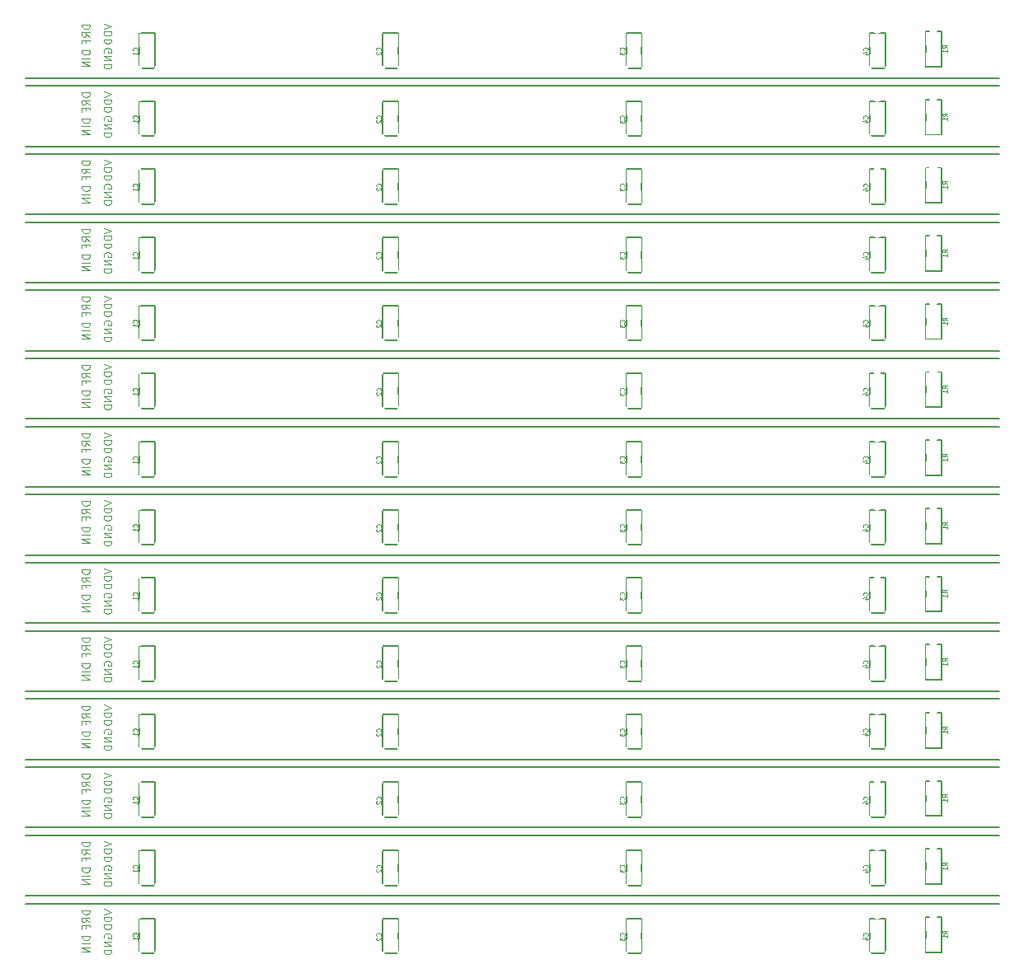
<source format=gbo>
G04 #@! TF.FileFunction,Legend,Bot*
%FSLAX46Y46*%
G04 Gerber Fmt 4.6, Leading zero omitted, Abs format (unit mm)*
G04 Created by KiCad (PCBNEW 4.0.1-stable) date 2016/01/09 16:37:48*
%MOMM*%
G01*
G04 APERTURE LIST*
%ADD10C,0.100000*%
%ADD11C,0.200000*%
%ADD12C,0.150000*%
%ADD13C,0.114300*%
%ADD14R,2.127200X2.127200*%
%ADD15O,2.127200X2.127200*%
%ADD16R,1.543000X1.400000*%
%ADD17C,1.000000*%
G04 APERTURE END LIST*
D10*
D11*
X220000000Y-103600000D02*
X120000000Y-103600000D01*
X120000000Y-102800000D02*
X220000000Y-102800000D01*
X220000000Y-96600000D02*
X120000000Y-96600000D01*
X120000000Y-95800000D02*
X220000000Y-95800000D01*
X220000000Y-89600000D02*
X120000000Y-89600000D01*
X120000000Y-88800000D02*
X220000000Y-88800000D01*
X220000000Y-82600000D02*
X120000000Y-82600000D01*
X120000000Y-81800000D02*
X220000000Y-81800000D01*
X220000000Y-75600000D02*
X120000000Y-75600000D01*
X120000000Y-74800000D02*
X220000000Y-74800000D01*
X220000000Y-68600000D02*
X120000000Y-68600000D01*
X120000000Y-67800000D02*
X220000000Y-67800000D01*
X220000000Y-61600000D02*
X120000000Y-61600000D01*
X120000000Y-60800000D02*
X220000000Y-60800000D01*
X220000000Y-54600000D02*
X120000000Y-54600000D01*
X120000000Y-53800000D02*
X220000000Y-53800000D01*
X220000000Y-47600000D02*
X120000000Y-47600000D01*
X120000000Y-46800000D02*
X220000000Y-46800000D01*
X220000000Y-40600000D02*
X120000000Y-40600000D01*
X120000000Y-39800000D02*
X220000000Y-39800000D01*
X220000000Y-33600000D02*
X120000000Y-33600000D01*
X120000000Y-32800000D02*
X220000000Y-32800000D01*
X220000000Y-26600000D02*
X120000000Y-26600000D01*
X120000000Y-25800000D02*
X220000000Y-25800000D01*
X220000000Y-19600000D02*
X120000000Y-19600000D01*
X120000000Y-18800000D02*
X220000000Y-18800000D01*
D10*
X126611905Y-48278571D02*
X125811905Y-48278571D01*
X125811905Y-48469047D01*
X125850000Y-48583333D01*
X125926190Y-48659524D01*
X126002381Y-48697619D01*
X126154762Y-48735714D01*
X126269048Y-48735714D01*
X126421429Y-48697619D01*
X126497619Y-48659524D01*
X126573810Y-48583333D01*
X126611905Y-48469047D01*
X126611905Y-48278571D01*
X126611905Y-49535714D02*
X126230952Y-49269047D01*
X126611905Y-49078571D02*
X125811905Y-49078571D01*
X125811905Y-49383333D01*
X125850000Y-49459524D01*
X125888095Y-49497619D01*
X125964286Y-49535714D01*
X126078571Y-49535714D01*
X126154762Y-49497619D01*
X126192857Y-49459524D01*
X126230952Y-49383333D01*
X126230952Y-49078571D01*
X126192857Y-49878571D02*
X126192857Y-50145238D01*
X126611905Y-50259524D02*
X126611905Y-49878571D01*
X125811905Y-49878571D01*
X125811905Y-50259524D01*
X126611905Y-50930953D02*
X125811905Y-50930953D01*
X125811905Y-51121429D01*
X125850000Y-51235715D01*
X125926190Y-51311906D01*
X126002381Y-51350001D01*
X126154762Y-51388096D01*
X126269048Y-51388096D01*
X126421429Y-51350001D01*
X126497619Y-51311906D01*
X126573810Y-51235715D01*
X126611905Y-51121429D01*
X126611905Y-50930953D01*
X126611905Y-51730953D02*
X125811905Y-51730953D01*
X126611905Y-52111905D02*
X125811905Y-52111905D01*
X126611905Y-52569048D01*
X125811905Y-52569048D01*
X128061905Y-48183333D02*
X128861905Y-48450000D01*
X128061905Y-48716667D01*
X128861905Y-48983333D02*
X128061905Y-48983333D01*
X128061905Y-49173809D01*
X128100000Y-49288095D01*
X128176190Y-49364286D01*
X128252381Y-49402381D01*
X128404762Y-49440476D01*
X128519048Y-49440476D01*
X128671429Y-49402381D01*
X128747619Y-49364286D01*
X128823810Y-49288095D01*
X128861905Y-49173809D01*
X128861905Y-48983333D01*
X128861905Y-49783333D02*
X128061905Y-49783333D01*
X128061905Y-49973809D01*
X128100000Y-50088095D01*
X128176190Y-50164286D01*
X128252381Y-50202381D01*
X128404762Y-50240476D01*
X128519048Y-50240476D01*
X128671429Y-50202381D01*
X128747619Y-50164286D01*
X128823810Y-50088095D01*
X128861905Y-49973809D01*
X128861905Y-49783333D01*
X128100000Y-51140477D02*
X128061905Y-51064286D01*
X128061905Y-50950001D01*
X128100000Y-50835715D01*
X128176190Y-50759524D01*
X128252381Y-50721429D01*
X128404762Y-50683334D01*
X128519048Y-50683334D01*
X128671429Y-50721429D01*
X128747619Y-50759524D01*
X128823810Y-50835715D01*
X128861905Y-50950001D01*
X128861905Y-51026191D01*
X128823810Y-51140477D01*
X128785714Y-51178572D01*
X128519048Y-51178572D01*
X128519048Y-51026191D01*
X128861905Y-51521429D02*
X128061905Y-51521429D01*
X128861905Y-51978572D01*
X128061905Y-51978572D01*
X128861905Y-52359524D02*
X128061905Y-52359524D01*
X128061905Y-52550000D01*
X128100000Y-52664286D01*
X128176190Y-52740477D01*
X128252381Y-52778572D01*
X128404762Y-52816667D01*
X128519048Y-52816667D01*
X128671429Y-52778572D01*
X128747619Y-52740477D01*
X128823810Y-52664286D01*
X128861905Y-52550000D01*
X128861905Y-52359524D01*
X128100000Y-44140477D02*
X128061905Y-44064286D01*
X128061905Y-43950001D01*
X128100000Y-43835715D01*
X128176190Y-43759524D01*
X128252381Y-43721429D01*
X128404762Y-43683334D01*
X128519048Y-43683334D01*
X128671429Y-43721429D01*
X128747619Y-43759524D01*
X128823810Y-43835715D01*
X128861905Y-43950001D01*
X128861905Y-44026191D01*
X128823810Y-44140477D01*
X128785714Y-44178572D01*
X128519048Y-44178572D01*
X128519048Y-44026191D01*
X128861905Y-44521429D02*
X128061905Y-44521429D01*
X128861905Y-44978572D01*
X128061905Y-44978572D01*
X128861905Y-45359524D02*
X128061905Y-45359524D01*
X128061905Y-45550000D01*
X128100000Y-45664286D01*
X128176190Y-45740477D01*
X128252381Y-45778572D01*
X128404762Y-45816667D01*
X128519048Y-45816667D01*
X128671429Y-45778572D01*
X128747619Y-45740477D01*
X128823810Y-45664286D01*
X128861905Y-45550000D01*
X128861905Y-45359524D01*
X128061905Y-41183333D02*
X128861905Y-41450000D01*
X128061905Y-41716667D01*
X128861905Y-41983333D02*
X128061905Y-41983333D01*
X128061905Y-42173809D01*
X128100000Y-42288095D01*
X128176190Y-42364286D01*
X128252381Y-42402381D01*
X128404762Y-42440476D01*
X128519048Y-42440476D01*
X128671429Y-42402381D01*
X128747619Y-42364286D01*
X128823810Y-42288095D01*
X128861905Y-42173809D01*
X128861905Y-41983333D01*
X128861905Y-42783333D02*
X128061905Y-42783333D01*
X128061905Y-42973809D01*
X128100000Y-43088095D01*
X128176190Y-43164286D01*
X128252381Y-43202381D01*
X128404762Y-43240476D01*
X128519048Y-43240476D01*
X128671429Y-43202381D01*
X128747619Y-43164286D01*
X128823810Y-43088095D01*
X128861905Y-42973809D01*
X128861905Y-42783333D01*
X126611905Y-43930953D02*
X125811905Y-43930953D01*
X125811905Y-44121429D01*
X125850000Y-44235715D01*
X125926190Y-44311906D01*
X126002381Y-44350001D01*
X126154762Y-44388096D01*
X126269048Y-44388096D01*
X126421429Y-44350001D01*
X126497619Y-44311906D01*
X126573810Y-44235715D01*
X126611905Y-44121429D01*
X126611905Y-43930953D01*
X126611905Y-44730953D02*
X125811905Y-44730953D01*
X126611905Y-45111905D02*
X125811905Y-45111905D01*
X126611905Y-45569048D01*
X125811905Y-45569048D01*
X126611905Y-41278571D02*
X125811905Y-41278571D01*
X125811905Y-41469047D01*
X125850000Y-41583333D01*
X125926190Y-41659524D01*
X126002381Y-41697619D01*
X126154762Y-41735714D01*
X126269048Y-41735714D01*
X126421429Y-41697619D01*
X126497619Y-41659524D01*
X126573810Y-41583333D01*
X126611905Y-41469047D01*
X126611905Y-41278571D01*
X126611905Y-42535714D02*
X126230952Y-42269047D01*
X126611905Y-42078571D02*
X125811905Y-42078571D01*
X125811905Y-42383333D01*
X125850000Y-42459524D01*
X125888095Y-42497619D01*
X125964286Y-42535714D01*
X126078571Y-42535714D01*
X126154762Y-42497619D01*
X126192857Y-42459524D01*
X126230952Y-42383333D01*
X126230952Y-42078571D01*
X126192857Y-42878571D02*
X126192857Y-43145238D01*
X126611905Y-43259524D02*
X126611905Y-42878571D01*
X125811905Y-42878571D01*
X125811905Y-43259524D01*
X126611905Y-27278571D02*
X125811905Y-27278571D01*
X125811905Y-27469047D01*
X125850000Y-27583333D01*
X125926190Y-27659524D01*
X126002381Y-27697619D01*
X126154762Y-27735714D01*
X126269048Y-27735714D01*
X126421429Y-27697619D01*
X126497619Y-27659524D01*
X126573810Y-27583333D01*
X126611905Y-27469047D01*
X126611905Y-27278571D01*
X126611905Y-28535714D02*
X126230952Y-28269047D01*
X126611905Y-28078571D02*
X125811905Y-28078571D01*
X125811905Y-28383333D01*
X125850000Y-28459524D01*
X125888095Y-28497619D01*
X125964286Y-28535714D01*
X126078571Y-28535714D01*
X126154762Y-28497619D01*
X126192857Y-28459524D01*
X126230952Y-28383333D01*
X126230952Y-28078571D01*
X126192857Y-28878571D02*
X126192857Y-29145238D01*
X126611905Y-29259524D02*
X126611905Y-28878571D01*
X125811905Y-28878571D01*
X125811905Y-29259524D01*
X126611905Y-29930953D02*
X125811905Y-29930953D01*
X125811905Y-30121429D01*
X125850000Y-30235715D01*
X125926190Y-30311906D01*
X126002381Y-30350001D01*
X126154762Y-30388096D01*
X126269048Y-30388096D01*
X126421429Y-30350001D01*
X126497619Y-30311906D01*
X126573810Y-30235715D01*
X126611905Y-30121429D01*
X126611905Y-29930953D01*
X126611905Y-30730953D02*
X125811905Y-30730953D01*
X126611905Y-31111905D02*
X125811905Y-31111905D01*
X126611905Y-31569048D01*
X125811905Y-31569048D01*
X128061905Y-27183333D02*
X128861905Y-27450000D01*
X128061905Y-27716667D01*
X128861905Y-27983333D02*
X128061905Y-27983333D01*
X128061905Y-28173809D01*
X128100000Y-28288095D01*
X128176190Y-28364286D01*
X128252381Y-28402381D01*
X128404762Y-28440476D01*
X128519048Y-28440476D01*
X128671429Y-28402381D01*
X128747619Y-28364286D01*
X128823810Y-28288095D01*
X128861905Y-28173809D01*
X128861905Y-27983333D01*
X128861905Y-28783333D02*
X128061905Y-28783333D01*
X128061905Y-28973809D01*
X128100000Y-29088095D01*
X128176190Y-29164286D01*
X128252381Y-29202381D01*
X128404762Y-29240476D01*
X128519048Y-29240476D01*
X128671429Y-29202381D01*
X128747619Y-29164286D01*
X128823810Y-29088095D01*
X128861905Y-28973809D01*
X128861905Y-28783333D01*
X128100000Y-30140477D02*
X128061905Y-30064286D01*
X128061905Y-29950001D01*
X128100000Y-29835715D01*
X128176190Y-29759524D01*
X128252381Y-29721429D01*
X128404762Y-29683334D01*
X128519048Y-29683334D01*
X128671429Y-29721429D01*
X128747619Y-29759524D01*
X128823810Y-29835715D01*
X128861905Y-29950001D01*
X128861905Y-30026191D01*
X128823810Y-30140477D01*
X128785714Y-30178572D01*
X128519048Y-30178572D01*
X128519048Y-30026191D01*
X128861905Y-30521429D02*
X128061905Y-30521429D01*
X128861905Y-30978572D01*
X128061905Y-30978572D01*
X128861905Y-31359524D02*
X128061905Y-31359524D01*
X128061905Y-31550000D01*
X128100000Y-31664286D01*
X128176190Y-31740477D01*
X128252381Y-31778572D01*
X128404762Y-31816667D01*
X128519048Y-31816667D01*
X128671429Y-31778572D01*
X128747619Y-31740477D01*
X128823810Y-31664286D01*
X128861905Y-31550000D01*
X128861905Y-31359524D01*
X128100000Y-37140477D02*
X128061905Y-37064286D01*
X128061905Y-36950001D01*
X128100000Y-36835715D01*
X128176190Y-36759524D01*
X128252381Y-36721429D01*
X128404762Y-36683334D01*
X128519048Y-36683334D01*
X128671429Y-36721429D01*
X128747619Y-36759524D01*
X128823810Y-36835715D01*
X128861905Y-36950001D01*
X128861905Y-37026191D01*
X128823810Y-37140477D01*
X128785714Y-37178572D01*
X128519048Y-37178572D01*
X128519048Y-37026191D01*
X128861905Y-37521429D02*
X128061905Y-37521429D01*
X128861905Y-37978572D01*
X128061905Y-37978572D01*
X128861905Y-38359524D02*
X128061905Y-38359524D01*
X128061905Y-38550000D01*
X128100000Y-38664286D01*
X128176190Y-38740477D01*
X128252381Y-38778572D01*
X128404762Y-38816667D01*
X128519048Y-38816667D01*
X128671429Y-38778572D01*
X128747619Y-38740477D01*
X128823810Y-38664286D01*
X128861905Y-38550000D01*
X128861905Y-38359524D01*
X128061905Y-34183333D02*
X128861905Y-34450000D01*
X128061905Y-34716667D01*
X128861905Y-34983333D02*
X128061905Y-34983333D01*
X128061905Y-35173809D01*
X128100000Y-35288095D01*
X128176190Y-35364286D01*
X128252381Y-35402381D01*
X128404762Y-35440476D01*
X128519048Y-35440476D01*
X128671429Y-35402381D01*
X128747619Y-35364286D01*
X128823810Y-35288095D01*
X128861905Y-35173809D01*
X128861905Y-34983333D01*
X128861905Y-35783333D02*
X128061905Y-35783333D01*
X128061905Y-35973809D01*
X128100000Y-36088095D01*
X128176190Y-36164286D01*
X128252381Y-36202381D01*
X128404762Y-36240476D01*
X128519048Y-36240476D01*
X128671429Y-36202381D01*
X128747619Y-36164286D01*
X128823810Y-36088095D01*
X128861905Y-35973809D01*
X128861905Y-35783333D01*
X126611905Y-36930953D02*
X125811905Y-36930953D01*
X125811905Y-37121429D01*
X125850000Y-37235715D01*
X125926190Y-37311906D01*
X126002381Y-37350001D01*
X126154762Y-37388096D01*
X126269048Y-37388096D01*
X126421429Y-37350001D01*
X126497619Y-37311906D01*
X126573810Y-37235715D01*
X126611905Y-37121429D01*
X126611905Y-36930953D01*
X126611905Y-37730953D02*
X125811905Y-37730953D01*
X126611905Y-38111905D02*
X125811905Y-38111905D01*
X126611905Y-38569048D01*
X125811905Y-38569048D01*
X126611905Y-34278571D02*
X125811905Y-34278571D01*
X125811905Y-34469047D01*
X125850000Y-34583333D01*
X125926190Y-34659524D01*
X126002381Y-34697619D01*
X126154762Y-34735714D01*
X126269048Y-34735714D01*
X126421429Y-34697619D01*
X126497619Y-34659524D01*
X126573810Y-34583333D01*
X126611905Y-34469047D01*
X126611905Y-34278571D01*
X126611905Y-35535714D02*
X126230952Y-35269047D01*
X126611905Y-35078571D02*
X125811905Y-35078571D01*
X125811905Y-35383333D01*
X125850000Y-35459524D01*
X125888095Y-35497619D01*
X125964286Y-35535714D01*
X126078571Y-35535714D01*
X126154762Y-35497619D01*
X126192857Y-35459524D01*
X126230952Y-35383333D01*
X126230952Y-35078571D01*
X126192857Y-35878571D02*
X126192857Y-36145238D01*
X126611905Y-36259524D02*
X126611905Y-35878571D01*
X125811905Y-35878571D01*
X125811905Y-36259524D01*
X126611905Y-13278571D02*
X125811905Y-13278571D01*
X125811905Y-13469047D01*
X125850000Y-13583333D01*
X125926190Y-13659524D01*
X126002381Y-13697619D01*
X126154762Y-13735714D01*
X126269048Y-13735714D01*
X126421429Y-13697619D01*
X126497619Y-13659524D01*
X126573810Y-13583333D01*
X126611905Y-13469047D01*
X126611905Y-13278571D01*
X126611905Y-14535714D02*
X126230952Y-14269047D01*
X126611905Y-14078571D02*
X125811905Y-14078571D01*
X125811905Y-14383333D01*
X125850000Y-14459524D01*
X125888095Y-14497619D01*
X125964286Y-14535714D01*
X126078571Y-14535714D01*
X126154762Y-14497619D01*
X126192857Y-14459524D01*
X126230952Y-14383333D01*
X126230952Y-14078571D01*
X126192857Y-14878571D02*
X126192857Y-15145238D01*
X126611905Y-15259524D02*
X126611905Y-14878571D01*
X125811905Y-14878571D01*
X125811905Y-15259524D01*
X126611905Y-15930953D02*
X125811905Y-15930953D01*
X125811905Y-16121429D01*
X125850000Y-16235715D01*
X125926190Y-16311906D01*
X126002381Y-16350001D01*
X126154762Y-16388096D01*
X126269048Y-16388096D01*
X126421429Y-16350001D01*
X126497619Y-16311906D01*
X126573810Y-16235715D01*
X126611905Y-16121429D01*
X126611905Y-15930953D01*
X126611905Y-16730953D02*
X125811905Y-16730953D01*
X126611905Y-17111905D02*
X125811905Y-17111905D01*
X126611905Y-17569048D01*
X125811905Y-17569048D01*
X128061905Y-13183333D02*
X128861905Y-13450000D01*
X128061905Y-13716667D01*
X128861905Y-13983333D02*
X128061905Y-13983333D01*
X128061905Y-14173809D01*
X128100000Y-14288095D01*
X128176190Y-14364286D01*
X128252381Y-14402381D01*
X128404762Y-14440476D01*
X128519048Y-14440476D01*
X128671429Y-14402381D01*
X128747619Y-14364286D01*
X128823810Y-14288095D01*
X128861905Y-14173809D01*
X128861905Y-13983333D01*
X128861905Y-14783333D02*
X128061905Y-14783333D01*
X128061905Y-14973809D01*
X128100000Y-15088095D01*
X128176190Y-15164286D01*
X128252381Y-15202381D01*
X128404762Y-15240476D01*
X128519048Y-15240476D01*
X128671429Y-15202381D01*
X128747619Y-15164286D01*
X128823810Y-15088095D01*
X128861905Y-14973809D01*
X128861905Y-14783333D01*
X128100000Y-16140477D02*
X128061905Y-16064286D01*
X128061905Y-15950001D01*
X128100000Y-15835715D01*
X128176190Y-15759524D01*
X128252381Y-15721429D01*
X128404762Y-15683334D01*
X128519048Y-15683334D01*
X128671429Y-15721429D01*
X128747619Y-15759524D01*
X128823810Y-15835715D01*
X128861905Y-15950001D01*
X128861905Y-16026191D01*
X128823810Y-16140477D01*
X128785714Y-16178572D01*
X128519048Y-16178572D01*
X128519048Y-16026191D01*
X128861905Y-16521429D02*
X128061905Y-16521429D01*
X128861905Y-16978572D01*
X128061905Y-16978572D01*
X128861905Y-17359524D02*
X128061905Y-17359524D01*
X128061905Y-17550000D01*
X128100000Y-17664286D01*
X128176190Y-17740477D01*
X128252381Y-17778572D01*
X128404762Y-17816667D01*
X128519048Y-17816667D01*
X128671429Y-17778572D01*
X128747619Y-17740477D01*
X128823810Y-17664286D01*
X128861905Y-17550000D01*
X128861905Y-17359524D01*
X128100000Y-23140477D02*
X128061905Y-23064286D01*
X128061905Y-22950001D01*
X128100000Y-22835715D01*
X128176190Y-22759524D01*
X128252381Y-22721429D01*
X128404762Y-22683334D01*
X128519048Y-22683334D01*
X128671429Y-22721429D01*
X128747619Y-22759524D01*
X128823810Y-22835715D01*
X128861905Y-22950001D01*
X128861905Y-23026191D01*
X128823810Y-23140477D01*
X128785714Y-23178572D01*
X128519048Y-23178572D01*
X128519048Y-23026191D01*
X128861905Y-23521429D02*
X128061905Y-23521429D01*
X128861905Y-23978572D01*
X128061905Y-23978572D01*
X128861905Y-24359524D02*
X128061905Y-24359524D01*
X128061905Y-24550000D01*
X128100000Y-24664286D01*
X128176190Y-24740477D01*
X128252381Y-24778572D01*
X128404762Y-24816667D01*
X128519048Y-24816667D01*
X128671429Y-24778572D01*
X128747619Y-24740477D01*
X128823810Y-24664286D01*
X128861905Y-24550000D01*
X128861905Y-24359524D01*
X128061905Y-20183333D02*
X128861905Y-20450000D01*
X128061905Y-20716667D01*
X128861905Y-20983333D02*
X128061905Y-20983333D01*
X128061905Y-21173809D01*
X128100000Y-21288095D01*
X128176190Y-21364286D01*
X128252381Y-21402381D01*
X128404762Y-21440476D01*
X128519048Y-21440476D01*
X128671429Y-21402381D01*
X128747619Y-21364286D01*
X128823810Y-21288095D01*
X128861905Y-21173809D01*
X128861905Y-20983333D01*
X128861905Y-21783333D02*
X128061905Y-21783333D01*
X128061905Y-21973809D01*
X128100000Y-22088095D01*
X128176190Y-22164286D01*
X128252381Y-22202381D01*
X128404762Y-22240476D01*
X128519048Y-22240476D01*
X128671429Y-22202381D01*
X128747619Y-22164286D01*
X128823810Y-22088095D01*
X128861905Y-21973809D01*
X128861905Y-21783333D01*
X126611905Y-22930953D02*
X125811905Y-22930953D01*
X125811905Y-23121429D01*
X125850000Y-23235715D01*
X125926190Y-23311906D01*
X126002381Y-23350001D01*
X126154762Y-23388096D01*
X126269048Y-23388096D01*
X126421429Y-23350001D01*
X126497619Y-23311906D01*
X126573810Y-23235715D01*
X126611905Y-23121429D01*
X126611905Y-22930953D01*
X126611905Y-23730953D02*
X125811905Y-23730953D01*
X126611905Y-24111905D02*
X125811905Y-24111905D01*
X126611905Y-24569048D01*
X125811905Y-24569048D01*
X126611905Y-20278571D02*
X125811905Y-20278571D01*
X125811905Y-20469047D01*
X125850000Y-20583333D01*
X125926190Y-20659524D01*
X126002381Y-20697619D01*
X126154762Y-20735714D01*
X126269048Y-20735714D01*
X126421429Y-20697619D01*
X126497619Y-20659524D01*
X126573810Y-20583333D01*
X126611905Y-20469047D01*
X126611905Y-20278571D01*
X126611905Y-21535714D02*
X126230952Y-21269047D01*
X126611905Y-21078571D02*
X125811905Y-21078571D01*
X125811905Y-21383333D01*
X125850000Y-21459524D01*
X125888095Y-21497619D01*
X125964286Y-21535714D01*
X126078571Y-21535714D01*
X126154762Y-21497619D01*
X126192857Y-21459524D01*
X126230952Y-21383333D01*
X126230952Y-21078571D01*
X126192857Y-21878571D02*
X126192857Y-22145238D01*
X126611905Y-22259524D02*
X126611905Y-21878571D01*
X125811905Y-21878571D01*
X125811905Y-22259524D01*
X126611905Y-76278571D02*
X125811905Y-76278571D01*
X125811905Y-76469047D01*
X125850000Y-76583333D01*
X125926190Y-76659524D01*
X126002381Y-76697619D01*
X126154762Y-76735714D01*
X126269048Y-76735714D01*
X126421429Y-76697619D01*
X126497619Y-76659524D01*
X126573810Y-76583333D01*
X126611905Y-76469047D01*
X126611905Y-76278571D01*
X126611905Y-77535714D02*
X126230952Y-77269047D01*
X126611905Y-77078571D02*
X125811905Y-77078571D01*
X125811905Y-77383333D01*
X125850000Y-77459524D01*
X125888095Y-77497619D01*
X125964286Y-77535714D01*
X126078571Y-77535714D01*
X126154762Y-77497619D01*
X126192857Y-77459524D01*
X126230952Y-77383333D01*
X126230952Y-77078571D01*
X126192857Y-77878571D02*
X126192857Y-78145238D01*
X126611905Y-78259524D02*
X126611905Y-77878571D01*
X125811905Y-77878571D01*
X125811905Y-78259524D01*
X126611905Y-78930953D02*
X125811905Y-78930953D01*
X125811905Y-79121429D01*
X125850000Y-79235715D01*
X125926190Y-79311906D01*
X126002381Y-79350001D01*
X126154762Y-79388096D01*
X126269048Y-79388096D01*
X126421429Y-79350001D01*
X126497619Y-79311906D01*
X126573810Y-79235715D01*
X126611905Y-79121429D01*
X126611905Y-78930953D01*
X126611905Y-79730953D02*
X125811905Y-79730953D01*
X126611905Y-80111905D02*
X125811905Y-80111905D01*
X126611905Y-80569048D01*
X125811905Y-80569048D01*
X128061905Y-76183333D02*
X128861905Y-76450000D01*
X128061905Y-76716667D01*
X128861905Y-76983333D02*
X128061905Y-76983333D01*
X128061905Y-77173809D01*
X128100000Y-77288095D01*
X128176190Y-77364286D01*
X128252381Y-77402381D01*
X128404762Y-77440476D01*
X128519048Y-77440476D01*
X128671429Y-77402381D01*
X128747619Y-77364286D01*
X128823810Y-77288095D01*
X128861905Y-77173809D01*
X128861905Y-76983333D01*
X128861905Y-77783333D02*
X128061905Y-77783333D01*
X128061905Y-77973809D01*
X128100000Y-78088095D01*
X128176190Y-78164286D01*
X128252381Y-78202381D01*
X128404762Y-78240476D01*
X128519048Y-78240476D01*
X128671429Y-78202381D01*
X128747619Y-78164286D01*
X128823810Y-78088095D01*
X128861905Y-77973809D01*
X128861905Y-77783333D01*
X128100000Y-79140477D02*
X128061905Y-79064286D01*
X128061905Y-78950001D01*
X128100000Y-78835715D01*
X128176190Y-78759524D01*
X128252381Y-78721429D01*
X128404762Y-78683334D01*
X128519048Y-78683334D01*
X128671429Y-78721429D01*
X128747619Y-78759524D01*
X128823810Y-78835715D01*
X128861905Y-78950001D01*
X128861905Y-79026191D01*
X128823810Y-79140477D01*
X128785714Y-79178572D01*
X128519048Y-79178572D01*
X128519048Y-79026191D01*
X128861905Y-79521429D02*
X128061905Y-79521429D01*
X128861905Y-79978572D01*
X128061905Y-79978572D01*
X128861905Y-80359524D02*
X128061905Y-80359524D01*
X128061905Y-80550000D01*
X128100000Y-80664286D01*
X128176190Y-80740477D01*
X128252381Y-80778572D01*
X128404762Y-80816667D01*
X128519048Y-80816667D01*
X128671429Y-80778572D01*
X128747619Y-80740477D01*
X128823810Y-80664286D01*
X128861905Y-80550000D01*
X128861905Y-80359524D01*
X128100000Y-72140477D02*
X128061905Y-72064286D01*
X128061905Y-71950001D01*
X128100000Y-71835715D01*
X128176190Y-71759524D01*
X128252381Y-71721429D01*
X128404762Y-71683334D01*
X128519048Y-71683334D01*
X128671429Y-71721429D01*
X128747619Y-71759524D01*
X128823810Y-71835715D01*
X128861905Y-71950001D01*
X128861905Y-72026191D01*
X128823810Y-72140477D01*
X128785714Y-72178572D01*
X128519048Y-72178572D01*
X128519048Y-72026191D01*
X128861905Y-72521429D02*
X128061905Y-72521429D01*
X128861905Y-72978572D01*
X128061905Y-72978572D01*
X128861905Y-73359524D02*
X128061905Y-73359524D01*
X128061905Y-73550000D01*
X128100000Y-73664286D01*
X128176190Y-73740477D01*
X128252381Y-73778572D01*
X128404762Y-73816667D01*
X128519048Y-73816667D01*
X128671429Y-73778572D01*
X128747619Y-73740477D01*
X128823810Y-73664286D01*
X128861905Y-73550000D01*
X128861905Y-73359524D01*
X128061905Y-69183333D02*
X128861905Y-69450000D01*
X128061905Y-69716667D01*
X128861905Y-69983333D02*
X128061905Y-69983333D01*
X128061905Y-70173809D01*
X128100000Y-70288095D01*
X128176190Y-70364286D01*
X128252381Y-70402381D01*
X128404762Y-70440476D01*
X128519048Y-70440476D01*
X128671429Y-70402381D01*
X128747619Y-70364286D01*
X128823810Y-70288095D01*
X128861905Y-70173809D01*
X128861905Y-69983333D01*
X128861905Y-70783333D02*
X128061905Y-70783333D01*
X128061905Y-70973809D01*
X128100000Y-71088095D01*
X128176190Y-71164286D01*
X128252381Y-71202381D01*
X128404762Y-71240476D01*
X128519048Y-71240476D01*
X128671429Y-71202381D01*
X128747619Y-71164286D01*
X128823810Y-71088095D01*
X128861905Y-70973809D01*
X128861905Y-70783333D01*
X126611905Y-71930953D02*
X125811905Y-71930953D01*
X125811905Y-72121429D01*
X125850000Y-72235715D01*
X125926190Y-72311906D01*
X126002381Y-72350001D01*
X126154762Y-72388096D01*
X126269048Y-72388096D01*
X126421429Y-72350001D01*
X126497619Y-72311906D01*
X126573810Y-72235715D01*
X126611905Y-72121429D01*
X126611905Y-71930953D01*
X126611905Y-72730953D02*
X125811905Y-72730953D01*
X126611905Y-73111905D02*
X125811905Y-73111905D01*
X126611905Y-73569048D01*
X125811905Y-73569048D01*
X126611905Y-69278571D02*
X125811905Y-69278571D01*
X125811905Y-69469047D01*
X125850000Y-69583333D01*
X125926190Y-69659524D01*
X126002381Y-69697619D01*
X126154762Y-69735714D01*
X126269048Y-69735714D01*
X126421429Y-69697619D01*
X126497619Y-69659524D01*
X126573810Y-69583333D01*
X126611905Y-69469047D01*
X126611905Y-69278571D01*
X126611905Y-70535714D02*
X126230952Y-70269047D01*
X126611905Y-70078571D02*
X125811905Y-70078571D01*
X125811905Y-70383333D01*
X125850000Y-70459524D01*
X125888095Y-70497619D01*
X125964286Y-70535714D01*
X126078571Y-70535714D01*
X126154762Y-70497619D01*
X126192857Y-70459524D01*
X126230952Y-70383333D01*
X126230952Y-70078571D01*
X126192857Y-70878571D02*
X126192857Y-71145238D01*
X126611905Y-71259524D02*
X126611905Y-70878571D01*
X125811905Y-70878571D01*
X125811905Y-71259524D01*
X126611905Y-55278571D02*
X125811905Y-55278571D01*
X125811905Y-55469047D01*
X125850000Y-55583333D01*
X125926190Y-55659524D01*
X126002381Y-55697619D01*
X126154762Y-55735714D01*
X126269048Y-55735714D01*
X126421429Y-55697619D01*
X126497619Y-55659524D01*
X126573810Y-55583333D01*
X126611905Y-55469047D01*
X126611905Y-55278571D01*
X126611905Y-56535714D02*
X126230952Y-56269047D01*
X126611905Y-56078571D02*
X125811905Y-56078571D01*
X125811905Y-56383333D01*
X125850000Y-56459524D01*
X125888095Y-56497619D01*
X125964286Y-56535714D01*
X126078571Y-56535714D01*
X126154762Y-56497619D01*
X126192857Y-56459524D01*
X126230952Y-56383333D01*
X126230952Y-56078571D01*
X126192857Y-56878571D02*
X126192857Y-57145238D01*
X126611905Y-57259524D02*
X126611905Y-56878571D01*
X125811905Y-56878571D01*
X125811905Y-57259524D01*
X126611905Y-57930953D02*
X125811905Y-57930953D01*
X125811905Y-58121429D01*
X125850000Y-58235715D01*
X125926190Y-58311906D01*
X126002381Y-58350001D01*
X126154762Y-58388096D01*
X126269048Y-58388096D01*
X126421429Y-58350001D01*
X126497619Y-58311906D01*
X126573810Y-58235715D01*
X126611905Y-58121429D01*
X126611905Y-57930953D01*
X126611905Y-58730953D02*
X125811905Y-58730953D01*
X126611905Y-59111905D02*
X125811905Y-59111905D01*
X126611905Y-59569048D01*
X125811905Y-59569048D01*
X128061905Y-55183333D02*
X128861905Y-55450000D01*
X128061905Y-55716667D01*
X128861905Y-55983333D02*
X128061905Y-55983333D01*
X128061905Y-56173809D01*
X128100000Y-56288095D01*
X128176190Y-56364286D01*
X128252381Y-56402381D01*
X128404762Y-56440476D01*
X128519048Y-56440476D01*
X128671429Y-56402381D01*
X128747619Y-56364286D01*
X128823810Y-56288095D01*
X128861905Y-56173809D01*
X128861905Y-55983333D01*
X128861905Y-56783333D02*
X128061905Y-56783333D01*
X128061905Y-56973809D01*
X128100000Y-57088095D01*
X128176190Y-57164286D01*
X128252381Y-57202381D01*
X128404762Y-57240476D01*
X128519048Y-57240476D01*
X128671429Y-57202381D01*
X128747619Y-57164286D01*
X128823810Y-57088095D01*
X128861905Y-56973809D01*
X128861905Y-56783333D01*
X128100000Y-58140477D02*
X128061905Y-58064286D01*
X128061905Y-57950001D01*
X128100000Y-57835715D01*
X128176190Y-57759524D01*
X128252381Y-57721429D01*
X128404762Y-57683334D01*
X128519048Y-57683334D01*
X128671429Y-57721429D01*
X128747619Y-57759524D01*
X128823810Y-57835715D01*
X128861905Y-57950001D01*
X128861905Y-58026191D01*
X128823810Y-58140477D01*
X128785714Y-58178572D01*
X128519048Y-58178572D01*
X128519048Y-58026191D01*
X128861905Y-58521429D02*
X128061905Y-58521429D01*
X128861905Y-58978572D01*
X128061905Y-58978572D01*
X128861905Y-59359524D02*
X128061905Y-59359524D01*
X128061905Y-59550000D01*
X128100000Y-59664286D01*
X128176190Y-59740477D01*
X128252381Y-59778572D01*
X128404762Y-59816667D01*
X128519048Y-59816667D01*
X128671429Y-59778572D01*
X128747619Y-59740477D01*
X128823810Y-59664286D01*
X128861905Y-59550000D01*
X128861905Y-59359524D01*
X128100000Y-65140477D02*
X128061905Y-65064286D01*
X128061905Y-64950001D01*
X128100000Y-64835715D01*
X128176190Y-64759524D01*
X128252381Y-64721429D01*
X128404762Y-64683334D01*
X128519048Y-64683334D01*
X128671429Y-64721429D01*
X128747619Y-64759524D01*
X128823810Y-64835715D01*
X128861905Y-64950001D01*
X128861905Y-65026191D01*
X128823810Y-65140477D01*
X128785714Y-65178572D01*
X128519048Y-65178572D01*
X128519048Y-65026191D01*
X128861905Y-65521429D02*
X128061905Y-65521429D01*
X128861905Y-65978572D01*
X128061905Y-65978572D01*
X128861905Y-66359524D02*
X128061905Y-66359524D01*
X128061905Y-66550000D01*
X128100000Y-66664286D01*
X128176190Y-66740477D01*
X128252381Y-66778572D01*
X128404762Y-66816667D01*
X128519048Y-66816667D01*
X128671429Y-66778572D01*
X128747619Y-66740477D01*
X128823810Y-66664286D01*
X128861905Y-66550000D01*
X128861905Y-66359524D01*
X128061905Y-62183333D02*
X128861905Y-62450000D01*
X128061905Y-62716667D01*
X128861905Y-62983333D02*
X128061905Y-62983333D01*
X128061905Y-63173809D01*
X128100000Y-63288095D01*
X128176190Y-63364286D01*
X128252381Y-63402381D01*
X128404762Y-63440476D01*
X128519048Y-63440476D01*
X128671429Y-63402381D01*
X128747619Y-63364286D01*
X128823810Y-63288095D01*
X128861905Y-63173809D01*
X128861905Y-62983333D01*
X128861905Y-63783333D02*
X128061905Y-63783333D01*
X128061905Y-63973809D01*
X128100000Y-64088095D01*
X128176190Y-64164286D01*
X128252381Y-64202381D01*
X128404762Y-64240476D01*
X128519048Y-64240476D01*
X128671429Y-64202381D01*
X128747619Y-64164286D01*
X128823810Y-64088095D01*
X128861905Y-63973809D01*
X128861905Y-63783333D01*
X126611905Y-64930953D02*
X125811905Y-64930953D01*
X125811905Y-65121429D01*
X125850000Y-65235715D01*
X125926190Y-65311906D01*
X126002381Y-65350001D01*
X126154762Y-65388096D01*
X126269048Y-65388096D01*
X126421429Y-65350001D01*
X126497619Y-65311906D01*
X126573810Y-65235715D01*
X126611905Y-65121429D01*
X126611905Y-64930953D01*
X126611905Y-65730953D02*
X125811905Y-65730953D01*
X126611905Y-66111905D02*
X125811905Y-66111905D01*
X126611905Y-66569048D01*
X125811905Y-66569048D01*
X126611905Y-62278571D02*
X125811905Y-62278571D01*
X125811905Y-62469047D01*
X125850000Y-62583333D01*
X125926190Y-62659524D01*
X126002381Y-62697619D01*
X126154762Y-62735714D01*
X126269048Y-62735714D01*
X126421429Y-62697619D01*
X126497619Y-62659524D01*
X126573810Y-62583333D01*
X126611905Y-62469047D01*
X126611905Y-62278571D01*
X126611905Y-63535714D02*
X126230952Y-63269047D01*
X126611905Y-63078571D02*
X125811905Y-63078571D01*
X125811905Y-63383333D01*
X125850000Y-63459524D01*
X125888095Y-63497619D01*
X125964286Y-63535714D01*
X126078571Y-63535714D01*
X126154762Y-63497619D01*
X126192857Y-63459524D01*
X126230952Y-63383333D01*
X126230952Y-63078571D01*
X126192857Y-63878571D02*
X126192857Y-64145238D01*
X126611905Y-64259524D02*
X126611905Y-63878571D01*
X125811905Y-63878571D01*
X125811905Y-64259524D01*
X126611905Y-90278571D02*
X125811905Y-90278571D01*
X125811905Y-90469047D01*
X125850000Y-90583333D01*
X125926190Y-90659524D01*
X126002381Y-90697619D01*
X126154762Y-90735714D01*
X126269048Y-90735714D01*
X126421429Y-90697619D01*
X126497619Y-90659524D01*
X126573810Y-90583333D01*
X126611905Y-90469047D01*
X126611905Y-90278571D01*
X126611905Y-91535714D02*
X126230952Y-91269047D01*
X126611905Y-91078571D02*
X125811905Y-91078571D01*
X125811905Y-91383333D01*
X125850000Y-91459524D01*
X125888095Y-91497619D01*
X125964286Y-91535714D01*
X126078571Y-91535714D01*
X126154762Y-91497619D01*
X126192857Y-91459524D01*
X126230952Y-91383333D01*
X126230952Y-91078571D01*
X126192857Y-91878571D02*
X126192857Y-92145238D01*
X126611905Y-92259524D02*
X126611905Y-91878571D01*
X125811905Y-91878571D01*
X125811905Y-92259524D01*
X126611905Y-92930953D02*
X125811905Y-92930953D01*
X125811905Y-93121429D01*
X125850000Y-93235715D01*
X125926190Y-93311906D01*
X126002381Y-93350001D01*
X126154762Y-93388096D01*
X126269048Y-93388096D01*
X126421429Y-93350001D01*
X126497619Y-93311906D01*
X126573810Y-93235715D01*
X126611905Y-93121429D01*
X126611905Y-92930953D01*
X126611905Y-93730953D02*
X125811905Y-93730953D01*
X126611905Y-94111905D02*
X125811905Y-94111905D01*
X126611905Y-94569048D01*
X125811905Y-94569048D01*
X128061905Y-90183333D02*
X128861905Y-90450000D01*
X128061905Y-90716667D01*
X128861905Y-90983333D02*
X128061905Y-90983333D01*
X128061905Y-91173809D01*
X128100000Y-91288095D01*
X128176190Y-91364286D01*
X128252381Y-91402381D01*
X128404762Y-91440476D01*
X128519048Y-91440476D01*
X128671429Y-91402381D01*
X128747619Y-91364286D01*
X128823810Y-91288095D01*
X128861905Y-91173809D01*
X128861905Y-90983333D01*
X128861905Y-91783333D02*
X128061905Y-91783333D01*
X128061905Y-91973809D01*
X128100000Y-92088095D01*
X128176190Y-92164286D01*
X128252381Y-92202381D01*
X128404762Y-92240476D01*
X128519048Y-92240476D01*
X128671429Y-92202381D01*
X128747619Y-92164286D01*
X128823810Y-92088095D01*
X128861905Y-91973809D01*
X128861905Y-91783333D01*
X128100000Y-93140477D02*
X128061905Y-93064286D01*
X128061905Y-92950001D01*
X128100000Y-92835715D01*
X128176190Y-92759524D01*
X128252381Y-92721429D01*
X128404762Y-92683334D01*
X128519048Y-92683334D01*
X128671429Y-92721429D01*
X128747619Y-92759524D01*
X128823810Y-92835715D01*
X128861905Y-92950001D01*
X128861905Y-93026191D01*
X128823810Y-93140477D01*
X128785714Y-93178572D01*
X128519048Y-93178572D01*
X128519048Y-93026191D01*
X128861905Y-93521429D02*
X128061905Y-93521429D01*
X128861905Y-93978572D01*
X128061905Y-93978572D01*
X128861905Y-94359524D02*
X128061905Y-94359524D01*
X128061905Y-94550000D01*
X128100000Y-94664286D01*
X128176190Y-94740477D01*
X128252381Y-94778572D01*
X128404762Y-94816667D01*
X128519048Y-94816667D01*
X128671429Y-94778572D01*
X128747619Y-94740477D01*
X128823810Y-94664286D01*
X128861905Y-94550000D01*
X128861905Y-94359524D01*
X128100000Y-86140477D02*
X128061905Y-86064286D01*
X128061905Y-85950001D01*
X128100000Y-85835715D01*
X128176190Y-85759524D01*
X128252381Y-85721429D01*
X128404762Y-85683334D01*
X128519048Y-85683334D01*
X128671429Y-85721429D01*
X128747619Y-85759524D01*
X128823810Y-85835715D01*
X128861905Y-85950001D01*
X128861905Y-86026191D01*
X128823810Y-86140477D01*
X128785714Y-86178572D01*
X128519048Y-86178572D01*
X128519048Y-86026191D01*
X128861905Y-86521429D02*
X128061905Y-86521429D01*
X128861905Y-86978572D01*
X128061905Y-86978572D01*
X128861905Y-87359524D02*
X128061905Y-87359524D01*
X128061905Y-87550000D01*
X128100000Y-87664286D01*
X128176190Y-87740477D01*
X128252381Y-87778572D01*
X128404762Y-87816667D01*
X128519048Y-87816667D01*
X128671429Y-87778572D01*
X128747619Y-87740477D01*
X128823810Y-87664286D01*
X128861905Y-87550000D01*
X128861905Y-87359524D01*
X128061905Y-83183333D02*
X128861905Y-83450000D01*
X128061905Y-83716667D01*
X128861905Y-83983333D02*
X128061905Y-83983333D01*
X128061905Y-84173809D01*
X128100000Y-84288095D01*
X128176190Y-84364286D01*
X128252381Y-84402381D01*
X128404762Y-84440476D01*
X128519048Y-84440476D01*
X128671429Y-84402381D01*
X128747619Y-84364286D01*
X128823810Y-84288095D01*
X128861905Y-84173809D01*
X128861905Y-83983333D01*
X128861905Y-84783333D02*
X128061905Y-84783333D01*
X128061905Y-84973809D01*
X128100000Y-85088095D01*
X128176190Y-85164286D01*
X128252381Y-85202381D01*
X128404762Y-85240476D01*
X128519048Y-85240476D01*
X128671429Y-85202381D01*
X128747619Y-85164286D01*
X128823810Y-85088095D01*
X128861905Y-84973809D01*
X128861905Y-84783333D01*
X126611905Y-85930953D02*
X125811905Y-85930953D01*
X125811905Y-86121429D01*
X125850000Y-86235715D01*
X125926190Y-86311906D01*
X126002381Y-86350001D01*
X126154762Y-86388096D01*
X126269048Y-86388096D01*
X126421429Y-86350001D01*
X126497619Y-86311906D01*
X126573810Y-86235715D01*
X126611905Y-86121429D01*
X126611905Y-85930953D01*
X126611905Y-86730953D02*
X125811905Y-86730953D01*
X126611905Y-87111905D02*
X125811905Y-87111905D01*
X126611905Y-87569048D01*
X125811905Y-87569048D01*
X126611905Y-83278571D02*
X125811905Y-83278571D01*
X125811905Y-83469047D01*
X125850000Y-83583333D01*
X125926190Y-83659524D01*
X126002381Y-83697619D01*
X126154762Y-83735714D01*
X126269048Y-83735714D01*
X126421429Y-83697619D01*
X126497619Y-83659524D01*
X126573810Y-83583333D01*
X126611905Y-83469047D01*
X126611905Y-83278571D01*
X126611905Y-84535714D02*
X126230952Y-84269047D01*
X126611905Y-84078571D02*
X125811905Y-84078571D01*
X125811905Y-84383333D01*
X125850000Y-84459524D01*
X125888095Y-84497619D01*
X125964286Y-84535714D01*
X126078571Y-84535714D01*
X126154762Y-84497619D01*
X126192857Y-84459524D01*
X126230952Y-84383333D01*
X126230952Y-84078571D01*
X126192857Y-84878571D02*
X126192857Y-85145238D01*
X126611905Y-85259524D02*
X126611905Y-84878571D01*
X125811905Y-84878571D01*
X125811905Y-85259524D01*
X126611905Y-97278571D02*
X125811905Y-97278571D01*
X125811905Y-97469047D01*
X125850000Y-97583333D01*
X125926190Y-97659524D01*
X126002381Y-97697619D01*
X126154762Y-97735714D01*
X126269048Y-97735714D01*
X126421429Y-97697619D01*
X126497619Y-97659524D01*
X126573810Y-97583333D01*
X126611905Y-97469047D01*
X126611905Y-97278571D01*
X126611905Y-98535714D02*
X126230952Y-98269047D01*
X126611905Y-98078571D02*
X125811905Y-98078571D01*
X125811905Y-98383333D01*
X125850000Y-98459524D01*
X125888095Y-98497619D01*
X125964286Y-98535714D01*
X126078571Y-98535714D01*
X126154762Y-98497619D01*
X126192857Y-98459524D01*
X126230952Y-98383333D01*
X126230952Y-98078571D01*
X126192857Y-98878571D02*
X126192857Y-99145238D01*
X126611905Y-99259524D02*
X126611905Y-98878571D01*
X125811905Y-98878571D01*
X125811905Y-99259524D01*
X126611905Y-99930953D02*
X125811905Y-99930953D01*
X125811905Y-100121429D01*
X125850000Y-100235715D01*
X125926190Y-100311906D01*
X126002381Y-100350001D01*
X126154762Y-100388096D01*
X126269048Y-100388096D01*
X126421429Y-100350001D01*
X126497619Y-100311906D01*
X126573810Y-100235715D01*
X126611905Y-100121429D01*
X126611905Y-99930953D01*
X126611905Y-100730953D02*
X125811905Y-100730953D01*
X126611905Y-101111905D02*
X125811905Y-101111905D01*
X126611905Y-101569048D01*
X125811905Y-101569048D01*
X128061905Y-97183333D02*
X128861905Y-97450000D01*
X128061905Y-97716667D01*
X128861905Y-97983333D02*
X128061905Y-97983333D01*
X128061905Y-98173809D01*
X128100000Y-98288095D01*
X128176190Y-98364286D01*
X128252381Y-98402381D01*
X128404762Y-98440476D01*
X128519048Y-98440476D01*
X128671429Y-98402381D01*
X128747619Y-98364286D01*
X128823810Y-98288095D01*
X128861905Y-98173809D01*
X128861905Y-97983333D01*
X128861905Y-98783333D02*
X128061905Y-98783333D01*
X128061905Y-98973809D01*
X128100000Y-99088095D01*
X128176190Y-99164286D01*
X128252381Y-99202381D01*
X128404762Y-99240476D01*
X128519048Y-99240476D01*
X128671429Y-99202381D01*
X128747619Y-99164286D01*
X128823810Y-99088095D01*
X128861905Y-98973809D01*
X128861905Y-98783333D01*
X128100000Y-100140477D02*
X128061905Y-100064286D01*
X128061905Y-99950001D01*
X128100000Y-99835715D01*
X128176190Y-99759524D01*
X128252381Y-99721429D01*
X128404762Y-99683334D01*
X128519048Y-99683334D01*
X128671429Y-99721429D01*
X128747619Y-99759524D01*
X128823810Y-99835715D01*
X128861905Y-99950001D01*
X128861905Y-100026191D01*
X128823810Y-100140477D01*
X128785714Y-100178572D01*
X128519048Y-100178572D01*
X128519048Y-100026191D01*
X128861905Y-100521429D02*
X128061905Y-100521429D01*
X128861905Y-100978572D01*
X128061905Y-100978572D01*
X128861905Y-101359524D02*
X128061905Y-101359524D01*
X128061905Y-101550000D01*
X128100000Y-101664286D01*
X128176190Y-101740477D01*
X128252381Y-101778572D01*
X128404762Y-101816667D01*
X128519048Y-101816667D01*
X128671429Y-101778572D01*
X128747619Y-101740477D01*
X128823810Y-101664286D01*
X128861905Y-101550000D01*
X128861905Y-101359524D01*
X128100000Y-107140477D02*
X128061905Y-107064286D01*
X128061905Y-106950001D01*
X128100000Y-106835715D01*
X128176190Y-106759524D01*
X128252381Y-106721429D01*
X128404762Y-106683334D01*
X128519048Y-106683334D01*
X128671429Y-106721429D01*
X128747619Y-106759524D01*
X128823810Y-106835715D01*
X128861905Y-106950001D01*
X128861905Y-107026191D01*
X128823810Y-107140477D01*
X128785714Y-107178572D01*
X128519048Y-107178572D01*
X128519048Y-107026191D01*
X128861905Y-107521429D02*
X128061905Y-107521429D01*
X128861905Y-107978572D01*
X128061905Y-107978572D01*
X128861905Y-108359524D02*
X128061905Y-108359524D01*
X128061905Y-108550000D01*
X128100000Y-108664286D01*
X128176190Y-108740477D01*
X128252381Y-108778572D01*
X128404762Y-108816667D01*
X128519048Y-108816667D01*
X128671429Y-108778572D01*
X128747619Y-108740477D01*
X128823810Y-108664286D01*
X128861905Y-108550000D01*
X128861905Y-108359524D01*
X128061905Y-104183333D02*
X128861905Y-104450000D01*
X128061905Y-104716667D01*
X128861905Y-104983333D02*
X128061905Y-104983333D01*
X128061905Y-105173809D01*
X128100000Y-105288095D01*
X128176190Y-105364286D01*
X128252381Y-105402381D01*
X128404762Y-105440476D01*
X128519048Y-105440476D01*
X128671429Y-105402381D01*
X128747619Y-105364286D01*
X128823810Y-105288095D01*
X128861905Y-105173809D01*
X128861905Y-104983333D01*
X128861905Y-105783333D02*
X128061905Y-105783333D01*
X128061905Y-105973809D01*
X128100000Y-106088095D01*
X128176190Y-106164286D01*
X128252381Y-106202381D01*
X128404762Y-106240476D01*
X128519048Y-106240476D01*
X128671429Y-106202381D01*
X128747619Y-106164286D01*
X128823810Y-106088095D01*
X128861905Y-105973809D01*
X128861905Y-105783333D01*
X126611905Y-106930953D02*
X125811905Y-106930953D01*
X125811905Y-107121429D01*
X125850000Y-107235715D01*
X125926190Y-107311906D01*
X126002381Y-107350001D01*
X126154762Y-107388096D01*
X126269048Y-107388096D01*
X126421429Y-107350001D01*
X126497619Y-107311906D01*
X126573810Y-107235715D01*
X126611905Y-107121429D01*
X126611905Y-106930953D01*
X126611905Y-107730953D02*
X125811905Y-107730953D01*
X126611905Y-108111905D02*
X125811905Y-108111905D01*
X126611905Y-108569048D01*
X125811905Y-108569048D01*
X126611905Y-104278571D02*
X125811905Y-104278571D01*
X125811905Y-104469047D01*
X125850000Y-104583333D01*
X125926190Y-104659524D01*
X126002381Y-104697619D01*
X126154762Y-104735714D01*
X126269048Y-104735714D01*
X126421429Y-104697619D01*
X126497619Y-104659524D01*
X126573810Y-104583333D01*
X126611905Y-104469047D01*
X126611905Y-104278571D01*
X126611905Y-105535714D02*
X126230952Y-105269047D01*
X126611905Y-105078571D02*
X125811905Y-105078571D01*
X125811905Y-105383333D01*
X125850000Y-105459524D01*
X125888095Y-105497619D01*
X125964286Y-105535714D01*
X126078571Y-105535714D01*
X126154762Y-105497619D01*
X126192857Y-105459524D01*
X126230952Y-105383333D01*
X126230952Y-105078571D01*
X126192857Y-105878571D02*
X126192857Y-106145238D01*
X126611905Y-106259524D02*
X126611905Y-105878571D01*
X125811905Y-105878571D01*
X125811905Y-106259524D01*
D12*
X212450000Y-49000000D02*
X212450000Y-52600000D01*
X212450000Y-52600000D02*
X214050000Y-52600000D01*
X214050000Y-52600000D02*
X214050000Y-49000000D01*
X214050000Y-49000000D02*
X212450000Y-49000000D01*
X208300000Y-52750000D02*
X208300000Y-49150000D01*
X208300000Y-49150000D02*
X206700000Y-49150000D01*
X206700000Y-49150000D02*
X206700000Y-52750000D01*
X206700000Y-52750000D02*
X208300000Y-52750000D01*
X183300000Y-52750000D02*
X183300000Y-49150000D01*
X183300000Y-49150000D02*
X181700000Y-49150000D01*
X181700000Y-49150000D02*
X181700000Y-52750000D01*
X181700000Y-52750000D02*
X183300000Y-52750000D01*
X158300000Y-52750000D02*
X158300000Y-49150000D01*
X158300000Y-49150000D02*
X156700000Y-49150000D01*
X156700000Y-49150000D02*
X156700000Y-52750000D01*
X156700000Y-52750000D02*
X158300000Y-52750000D01*
X133300000Y-52750000D02*
X133300000Y-49150000D01*
X133300000Y-49150000D02*
X131700000Y-49150000D01*
X131700000Y-49150000D02*
X131700000Y-52750000D01*
X131700000Y-52750000D02*
X133300000Y-52750000D01*
X133300000Y-45750000D02*
X133300000Y-42150000D01*
X133300000Y-42150000D02*
X131700000Y-42150000D01*
X131700000Y-42150000D02*
X131700000Y-45750000D01*
X131700000Y-45750000D02*
X133300000Y-45750000D01*
X158300000Y-45750000D02*
X158300000Y-42150000D01*
X158300000Y-42150000D02*
X156700000Y-42150000D01*
X156700000Y-42150000D02*
X156700000Y-45750000D01*
X156700000Y-45750000D02*
X158300000Y-45750000D01*
X183300000Y-45750000D02*
X183300000Y-42150000D01*
X183300000Y-42150000D02*
X181700000Y-42150000D01*
X181700000Y-42150000D02*
X181700000Y-45750000D01*
X181700000Y-45750000D02*
X183300000Y-45750000D01*
X208300000Y-45750000D02*
X208300000Y-42150000D01*
X208300000Y-42150000D02*
X206700000Y-42150000D01*
X206700000Y-42150000D02*
X206700000Y-45750000D01*
X206700000Y-45750000D02*
X208300000Y-45750000D01*
X212450000Y-42000000D02*
X212450000Y-45600000D01*
X212450000Y-45600000D02*
X214050000Y-45600000D01*
X214050000Y-45600000D02*
X214050000Y-42000000D01*
X214050000Y-42000000D02*
X212450000Y-42000000D01*
X212450000Y-28000000D02*
X212450000Y-31600000D01*
X212450000Y-31600000D02*
X214050000Y-31600000D01*
X214050000Y-31600000D02*
X214050000Y-28000000D01*
X214050000Y-28000000D02*
X212450000Y-28000000D01*
X208300000Y-31750000D02*
X208300000Y-28150000D01*
X208300000Y-28150000D02*
X206700000Y-28150000D01*
X206700000Y-28150000D02*
X206700000Y-31750000D01*
X206700000Y-31750000D02*
X208300000Y-31750000D01*
X183300000Y-31750000D02*
X183300000Y-28150000D01*
X183300000Y-28150000D02*
X181700000Y-28150000D01*
X181700000Y-28150000D02*
X181700000Y-31750000D01*
X181700000Y-31750000D02*
X183300000Y-31750000D01*
X158300000Y-31750000D02*
X158300000Y-28150000D01*
X158300000Y-28150000D02*
X156700000Y-28150000D01*
X156700000Y-28150000D02*
X156700000Y-31750000D01*
X156700000Y-31750000D02*
X158300000Y-31750000D01*
X133300000Y-31750000D02*
X133300000Y-28150000D01*
X133300000Y-28150000D02*
X131700000Y-28150000D01*
X131700000Y-28150000D02*
X131700000Y-31750000D01*
X131700000Y-31750000D02*
X133300000Y-31750000D01*
X133300000Y-38750000D02*
X133300000Y-35150000D01*
X133300000Y-35150000D02*
X131700000Y-35150000D01*
X131700000Y-35150000D02*
X131700000Y-38750000D01*
X131700000Y-38750000D02*
X133300000Y-38750000D01*
X158300000Y-38750000D02*
X158300000Y-35150000D01*
X158300000Y-35150000D02*
X156700000Y-35150000D01*
X156700000Y-35150000D02*
X156700000Y-38750000D01*
X156700000Y-38750000D02*
X158300000Y-38750000D01*
X183300000Y-38750000D02*
X183300000Y-35150000D01*
X183300000Y-35150000D02*
X181700000Y-35150000D01*
X181700000Y-35150000D02*
X181700000Y-38750000D01*
X181700000Y-38750000D02*
X183300000Y-38750000D01*
X208300000Y-38750000D02*
X208300000Y-35150000D01*
X208300000Y-35150000D02*
X206700000Y-35150000D01*
X206700000Y-35150000D02*
X206700000Y-38750000D01*
X206700000Y-38750000D02*
X208300000Y-38750000D01*
X212450000Y-35000000D02*
X212450000Y-38600000D01*
X212450000Y-38600000D02*
X214050000Y-38600000D01*
X214050000Y-38600000D02*
X214050000Y-35000000D01*
X214050000Y-35000000D02*
X212450000Y-35000000D01*
X212450000Y-14000000D02*
X212450000Y-17600000D01*
X212450000Y-17600000D02*
X214050000Y-17600000D01*
X214050000Y-17600000D02*
X214050000Y-14000000D01*
X214050000Y-14000000D02*
X212450000Y-14000000D01*
X208300000Y-17750000D02*
X208300000Y-14150000D01*
X208300000Y-14150000D02*
X206700000Y-14150000D01*
X206700000Y-14150000D02*
X206700000Y-17750000D01*
X206700000Y-17750000D02*
X208300000Y-17750000D01*
X183300000Y-17750000D02*
X183300000Y-14150000D01*
X183300000Y-14150000D02*
X181700000Y-14150000D01*
X181700000Y-14150000D02*
X181700000Y-17750000D01*
X181700000Y-17750000D02*
X183300000Y-17750000D01*
X158300000Y-17750000D02*
X158300000Y-14150000D01*
X158300000Y-14150000D02*
X156700000Y-14150000D01*
X156700000Y-14150000D02*
X156700000Y-17750000D01*
X156700000Y-17750000D02*
X158300000Y-17750000D01*
X133300000Y-17750000D02*
X133300000Y-14150000D01*
X133300000Y-14150000D02*
X131700000Y-14150000D01*
X131700000Y-14150000D02*
X131700000Y-17750000D01*
X131700000Y-17750000D02*
X133300000Y-17750000D01*
X133300000Y-24750000D02*
X133300000Y-21150000D01*
X133300000Y-21150000D02*
X131700000Y-21150000D01*
X131700000Y-21150000D02*
X131700000Y-24750000D01*
X131700000Y-24750000D02*
X133300000Y-24750000D01*
X158300000Y-24750000D02*
X158300000Y-21150000D01*
X158300000Y-21150000D02*
X156700000Y-21150000D01*
X156700000Y-21150000D02*
X156700000Y-24750000D01*
X156700000Y-24750000D02*
X158300000Y-24750000D01*
X183300000Y-24750000D02*
X183300000Y-21150000D01*
X183300000Y-21150000D02*
X181700000Y-21150000D01*
X181700000Y-21150000D02*
X181700000Y-24750000D01*
X181700000Y-24750000D02*
X183300000Y-24750000D01*
X208300000Y-24750000D02*
X208300000Y-21150000D01*
X208300000Y-21150000D02*
X206700000Y-21150000D01*
X206700000Y-21150000D02*
X206700000Y-24750000D01*
X206700000Y-24750000D02*
X208300000Y-24750000D01*
X212450000Y-21000000D02*
X212450000Y-24600000D01*
X212450000Y-24600000D02*
X214050000Y-24600000D01*
X214050000Y-24600000D02*
X214050000Y-21000000D01*
X214050000Y-21000000D02*
X212450000Y-21000000D01*
X212450000Y-77000000D02*
X212450000Y-80600000D01*
X212450000Y-80600000D02*
X214050000Y-80600000D01*
X214050000Y-80600000D02*
X214050000Y-77000000D01*
X214050000Y-77000000D02*
X212450000Y-77000000D01*
X208300000Y-80750000D02*
X208300000Y-77150000D01*
X208300000Y-77150000D02*
X206700000Y-77150000D01*
X206700000Y-77150000D02*
X206700000Y-80750000D01*
X206700000Y-80750000D02*
X208300000Y-80750000D01*
X183300000Y-80750000D02*
X183300000Y-77150000D01*
X183300000Y-77150000D02*
X181700000Y-77150000D01*
X181700000Y-77150000D02*
X181700000Y-80750000D01*
X181700000Y-80750000D02*
X183300000Y-80750000D01*
X158300000Y-80750000D02*
X158300000Y-77150000D01*
X158300000Y-77150000D02*
X156700000Y-77150000D01*
X156700000Y-77150000D02*
X156700000Y-80750000D01*
X156700000Y-80750000D02*
X158300000Y-80750000D01*
X133300000Y-80750000D02*
X133300000Y-77150000D01*
X133300000Y-77150000D02*
X131700000Y-77150000D01*
X131700000Y-77150000D02*
X131700000Y-80750000D01*
X131700000Y-80750000D02*
X133300000Y-80750000D01*
X133300000Y-73750000D02*
X133300000Y-70150000D01*
X133300000Y-70150000D02*
X131700000Y-70150000D01*
X131700000Y-70150000D02*
X131700000Y-73750000D01*
X131700000Y-73750000D02*
X133300000Y-73750000D01*
X158300000Y-73750000D02*
X158300000Y-70150000D01*
X158300000Y-70150000D02*
X156700000Y-70150000D01*
X156700000Y-70150000D02*
X156700000Y-73750000D01*
X156700000Y-73750000D02*
X158300000Y-73750000D01*
X183300000Y-73750000D02*
X183300000Y-70150000D01*
X183300000Y-70150000D02*
X181700000Y-70150000D01*
X181700000Y-70150000D02*
X181700000Y-73750000D01*
X181700000Y-73750000D02*
X183300000Y-73750000D01*
X208300000Y-73750000D02*
X208300000Y-70150000D01*
X208300000Y-70150000D02*
X206700000Y-70150000D01*
X206700000Y-70150000D02*
X206700000Y-73750000D01*
X206700000Y-73750000D02*
X208300000Y-73750000D01*
X212450000Y-70000000D02*
X212450000Y-73600000D01*
X212450000Y-73600000D02*
X214050000Y-73600000D01*
X214050000Y-73600000D02*
X214050000Y-70000000D01*
X214050000Y-70000000D02*
X212450000Y-70000000D01*
X212450000Y-56000000D02*
X212450000Y-59600000D01*
X212450000Y-59600000D02*
X214050000Y-59600000D01*
X214050000Y-59600000D02*
X214050000Y-56000000D01*
X214050000Y-56000000D02*
X212450000Y-56000000D01*
X208300000Y-59750000D02*
X208300000Y-56150000D01*
X208300000Y-56150000D02*
X206700000Y-56150000D01*
X206700000Y-56150000D02*
X206700000Y-59750000D01*
X206700000Y-59750000D02*
X208300000Y-59750000D01*
X183300000Y-59750000D02*
X183300000Y-56150000D01*
X183300000Y-56150000D02*
X181700000Y-56150000D01*
X181700000Y-56150000D02*
X181700000Y-59750000D01*
X181700000Y-59750000D02*
X183300000Y-59750000D01*
X158300000Y-59750000D02*
X158300000Y-56150000D01*
X158300000Y-56150000D02*
X156700000Y-56150000D01*
X156700000Y-56150000D02*
X156700000Y-59750000D01*
X156700000Y-59750000D02*
X158300000Y-59750000D01*
X133300000Y-59750000D02*
X133300000Y-56150000D01*
X133300000Y-56150000D02*
X131700000Y-56150000D01*
X131700000Y-56150000D02*
X131700000Y-59750000D01*
X131700000Y-59750000D02*
X133300000Y-59750000D01*
X133300000Y-66750000D02*
X133300000Y-63150000D01*
X133300000Y-63150000D02*
X131700000Y-63150000D01*
X131700000Y-63150000D02*
X131700000Y-66750000D01*
X131700000Y-66750000D02*
X133300000Y-66750000D01*
X158300000Y-66750000D02*
X158300000Y-63150000D01*
X158300000Y-63150000D02*
X156700000Y-63150000D01*
X156700000Y-63150000D02*
X156700000Y-66750000D01*
X156700000Y-66750000D02*
X158300000Y-66750000D01*
X183300000Y-66750000D02*
X183300000Y-63150000D01*
X183300000Y-63150000D02*
X181700000Y-63150000D01*
X181700000Y-63150000D02*
X181700000Y-66750000D01*
X181700000Y-66750000D02*
X183300000Y-66750000D01*
X208300000Y-66750000D02*
X208300000Y-63150000D01*
X208300000Y-63150000D02*
X206700000Y-63150000D01*
X206700000Y-63150000D02*
X206700000Y-66750000D01*
X206700000Y-66750000D02*
X208300000Y-66750000D01*
X212450000Y-63000000D02*
X212450000Y-66600000D01*
X212450000Y-66600000D02*
X214050000Y-66600000D01*
X214050000Y-66600000D02*
X214050000Y-63000000D01*
X214050000Y-63000000D02*
X212450000Y-63000000D01*
X212450000Y-91000000D02*
X212450000Y-94600000D01*
X212450000Y-94600000D02*
X214050000Y-94600000D01*
X214050000Y-94600000D02*
X214050000Y-91000000D01*
X214050000Y-91000000D02*
X212450000Y-91000000D01*
X208300000Y-94750000D02*
X208300000Y-91150000D01*
X208300000Y-91150000D02*
X206700000Y-91150000D01*
X206700000Y-91150000D02*
X206700000Y-94750000D01*
X206700000Y-94750000D02*
X208300000Y-94750000D01*
X183300000Y-94750000D02*
X183300000Y-91150000D01*
X183300000Y-91150000D02*
X181700000Y-91150000D01*
X181700000Y-91150000D02*
X181700000Y-94750000D01*
X181700000Y-94750000D02*
X183300000Y-94750000D01*
X158300000Y-94750000D02*
X158300000Y-91150000D01*
X158300000Y-91150000D02*
X156700000Y-91150000D01*
X156700000Y-91150000D02*
X156700000Y-94750000D01*
X156700000Y-94750000D02*
X158300000Y-94750000D01*
X133300000Y-94750000D02*
X133300000Y-91150000D01*
X133300000Y-91150000D02*
X131700000Y-91150000D01*
X131700000Y-91150000D02*
X131700000Y-94750000D01*
X131700000Y-94750000D02*
X133300000Y-94750000D01*
X133300000Y-87750000D02*
X133300000Y-84150000D01*
X133300000Y-84150000D02*
X131700000Y-84150000D01*
X131700000Y-84150000D02*
X131700000Y-87750000D01*
X131700000Y-87750000D02*
X133300000Y-87750000D01*
X158300000Y-87750000D02*
X158300000Y-84150000D01*
X158300000Y-84150000D02*
X156700000Y-84150000D01*
X156700000Y-84150000D02*
X156700000Y-87750000D01*
X156700000Y-87750000D02*
X158300000Y-87750000D01*
X183300000Y-87750000D02*
X183300000Y-84150000D01*
X183300000Y-84150000D02*
X181700000Y-84150000D01*
X181700000Y-84150000D02*
X181700000Y-87750000D01*
X181700000Y-87750000D02*
X183300000Y-87750000D01*
X208300000Y-87750000D02*
X208300000Y-84150000D01*
X208300000Y-84150000D02*
X206700000Y-84150000D01*
X206700000Y-84150000D02*
X206700000Y-87750000D01*
X206700000Y-87750000D02*
X208300000Y-87750000D01*
X212450000Y-84000000D02*
X212450000Y-87600000D01*
X212450000Y-87600000D02*
X214050000Y-87600000D01*
X214050000Y-87600000D02*
X214050000Y-84000000D01*
X214050000Y-84000000D02*
X212450000Y-84000000D01*
X212450000Y-98000000D02*
X212450000Y-101600000D01*
X212450000Y-101600000D02*
X214050000Y-101600000D01*
X214050000Y-101600000D02*
X214050000Y-98000000D01*
X214050000Y-98000000D02*
X212450000Y-98000000D01*
X208300000Y-101750000D02*
X208300000Y-98150000D01*
X208300000Y-98150000D02*
X206700000Y-98150000D01*
X206700000Y-98150000D02*
X206700000Y-101750000D01*
X206700000Y-101750000D02*
X208300000Y-101750000D01*
X183300000Y-101750000D02*
X183300000Y-98150000D01*
X183300000Y-98150000D02*
X181700000Y-98150000D01*
X181700000Y-98150000D02*
X181700000Y-101750000D01*
X181700000Y-101750000D02*
X183300000Y-101750000D01*
X158300000Y-101750000D02*
X158300000Y-98150000D01*
X158300000Y-98150000D02*
X156700000Y-98150000D01*
X156700000Y-98150000D02*
X156700000Y-101750000D01*
X156700000Y-101750000D02*
X158300000Y-101750000D01*
X133300000Y-101750000D02*
X133300000Y-98150000D01*
X133300000Y-98150000D02*
X131700000Y-98150000D01*
X131700000Y-98150000D02*
X131700000Y-101750000D01*
X131700000Y-101750000D02*
X133300000Y-101750000D01*
X133300000Y-108750000D02*
X133300000Y-105150000D01*
X133300000Y-105150000D02*
X131700000Y-105150000D01*
X131700000Y-105150000D02*
X131700000Y-108750000D01*
X131700000Y-108750000D02*
X133300000Y-108750000D01*
X158300000Y-108750000D02*
X158300000Y-105150000D01*
X158300000Y-105150000D02*
X156700000Y-105150000D01*
X156700000Y-105150000D02*
X156700000Y-108750000D01*
X156700000Y-108750000D02*
X158300000Y-108750000D01*
X183300000Y-108750000D02*
X183300000Y-105150000D01*
X183300000Y-105150000D02*
X181700000Y-105150000D01*
X181700000Y-105150000D02*
X181700000Y-108750000D01*
X181700000Y-108750000D02*
X183300000Y-108750000D01*
X208300000Y-108750000D02*
X208300000Y-105150000D01*
X208300000Y-105150000D02*
X206700000Y-105150000D01*
X206700000Y-105150000D02*
X206700000Y-108750000D01*
X206700000Y-108750000D02*
X208300000Y-108750000D01*
X212450000Y-105000000D02*
X212450000Y-108600000D01*
X212450000Y-108600000D02*
X214050000Y-108600000D01*
X214050000Y-108600000D02*
X214050000Y-105000000D01*
X214050000Y-105000000D02*
X212450000Y-105000000D01*
D13*
X214679810Y-50673800D02*
X214437905Y-50521400D01*
X214679810Y-50412543D02*
X214171810Y-50412543D01*
X214171810Y-50586715D01*
X214196000Y-50630257D01*
X214220190Y-50652029D01*
X214268571Y-50673800D01*
X214341143Y-50673800D01*
X214389524Y-50652029D01*
X214413714Y-50630257D01*
X214437905Y-50586715D01*
X214437905Y-50412543D01*
X214679810Y-51109229D02*
X214679810Y-50847972D01*
X214679810Y-50978600D02*
X214171810Y-50978600D01*
X214244381Y-50935057D01*
X214292762Y-50891515D01*
X214316952Y-50847972D01*
X206481429Y-50923800D02*
X206505619Y-50902029D01*
X206529810Y-50836715D01*
X206529810Y-50793172D01*
X206505619Y-50727857D01*
X206457238Y-50684315D01*
X206408857Y-50662543D01*
X206312095Y-50640772D01*
X206239524Y-50640772D01*
X206142762Y-50662543D01*
X206094381Y-50684315D01*
X206046000Y-50727857D01*
X206021810Y-50793172D01*
X206021810Y-50836715D01*
X206046000Y-50902029D01*
X206070190Y-50923800D01*
X206191143Y-51315686D02*
X206529810Y-51315686D01*
X205997619Y-51206829D02*
X206360476Y-51097972D01*
X206360476Y-51381000D01*
X181481429Y-50923800D02*
X181505619Y-50902029D01*
X181529810Y-50836715D01*
X181529810Y-50793172D01*
X181505619Y-50727857D01*
X181457238Y-50684315D01*
X181408857Y-50662543D01*
X181312095Y-50640772D01*
X181239524Y-50640772D01*
X181142762Y-50662543D01*
X181094381Y-50684315D01*
X181046000Y-50727857D01*
X181021810Y-50793172D01*
X181021810Y-50836715D01*
X181046000Y-50902029D01*
X181070190Y-50923800D01*
X181021810Y-51076200D02*
X181021810Y-51359229D01*
X181215333Y-51206829D01*
X181215333Y-51272143D01*
X181239524Y-51315686D01*
X181263714Y-51337457D01*
X181312095Y-51359229D01*
X181433048Y-51359229D01*
X181481429Y-51337457D01*
X181505619Y-51315686D01*
X181529810Y-51272143D01*
X181529810Y-51141515D01*
X181505619Y-51097972D01*
X181481429Y-51076200D01*
X156481429Y-50923800D02*
X156505619Y-50902029D01*
X156529810Y-50836715D01*
X156529810Y-50793172D01*
X156505619Y-50727857D01*
X156457238Y-50684315D01*
X156408857Y-50662543D01*
X156312095Y-50640772D01*
X156239524Y-50640772D01*
X156142762Y-50662543D01*
X156094381Y-50684315D01*
X156046000Y-50727857D01*
X156021810Y-50793172D01*
X156021810Y-50836715D01*
X156046000Y-50902029D01*
X156070190Y-50923800D01*
X156070190Y-51097972D02*
X156046000Y-51119743D01*
X156021810Y-51163286D01*
X156021810Y-51272143D01*
X156046000Y-51315686D01*
X156070190Y-51337457D01*
X156118571Y-51359229D01*
X156166952Y-51359229D01*
X156239524Y-51337457D01*
X156529810Y-51076200D01*
X156529810Y-51359229D01*
X131481429Y-50923800D02*
X131505619Y-50902029D01*
X131529810Y-50836715D01*
X131529810Y-50793172D01*
X131505619Y-50727857D01*
X131457238Y-50684315D01*
X131408857Y-50662543D01*
X131312095Y-50640772D01*
X131239524Y-50640772D01*
X131142762Y-50662543D01*
X131094381Y-50684315D01*
X131046000Y-50727857D01*
X131021810Y-50793172D01*
X131021810Y-50836715D01*
X131046000Y-50902029D01*
X131070190Y-50923800D01*
X131529810Y-51359229D02*
X131529810Y-51097972D01*
X131529810Y-51228600D02*
X131021810Y-51228600D01*
X131094381Y-51185057D01*
X131142762Y-51141515D01*
X131166952Y-51097972D01*
X131481429Y-43923800D02*
X131505619Y-43902029D01*
X131529810Y-43836715D01*
X131529810Y-43793172D01*
X131505619Y-43727857D01*
X131457238Y-43684315D01*
X131408857Y-43662543D01*
X131312095Y-43640772D01*
X131239524Y-43640772D01*
X131142762Y-43662543D01*
X131094381Y-43684315D01*
X131046000Y-43727857D01*
X131021810Y-43793172D01*
X131021810Y-43836715D01*
X131046000Y-43902029D01*
X131070190Y-43923800D01*
X131529810Y-44359229D02*
X131529810Y-44097972D01*
X131529810Y-44228600D02*
X131021810Y-44228600D01*
X131094381Y-44185057D01*
X131142762Y-44141515D01*
X131166952Y-44097972D01*
X156481429Y-43923800D02*
X156505619Y-43902029D01*
X156529810Y-43836715D01*
X156529810Y-43793172D01*
X156505619Y-43727857D01*
X156457238Y-43684315D01*
X156408857Y-43662543D01*
X156312095Y-43640772D01*
X156239524Y-43640772D01*
X156142762Y-43662543D01*
X156094381Y-43684315D01*
X156046000Y-43727857D01*
X156021810Y-43793172D01*
X156021810Y-43836715D01*
X156046000Y-43902029D01*
X156070190Y-43923800D01*
X156070190Y-44097972D02*
X156046000Y-44119743D01*
X156021810Y-44163286D01*
X156021810Y-44272143D01*
X156046000Y-44315686D01*
X156070190Y-44337457D01*
X156118571Y-44359229D01*
X156166952Y-44359229D01*
X156239524Y-44337457D01*
X156529810Y-44076200D01*
X156529810Y-44359229D01*
X181481429Y-43923800D02*
X181505619Y-43902029D01*
X181529810Y-43836715D01*
X181529810Y-43793172D01*
X181505619Y-43727857D01*
X181457238Y-43684315D01*
X181408857Y-43662543D01*
X181312095Y-43640772D01*
X181239524Y-43640772D01*
X181142762Y-43662543D01*
X181094381Y-43684315D01*
X181046000Y-43727857D01*
X181021810Y-43793172D01*
X181021810Y-43836715D01*
X181046000Y-43902029D01*
X181070190Y-43923800D01*
X181021810Y-44076200D02*
X181021810Y-44359229D01*
X181215333Y-44206829D01*
X181215333Y-44272143D01*
X181239524Y-44315686D01*
X181263714Y-44337457D01*
X181312095Y-44359229D01*
X181433048Y-44359229D01*
X181481429Y-44337457D01*
X181505619Y-44315686D01*
X181529810Y-44272143D01*
X181529810Y-44141515D01*
X181505619Y-44097972D01*
X181481429Y-44076200D01*
X206481429Y-43923800D02*
X206505619Y-43902029D01*
X206529810Y-43836715D01*
X206529810Y-43793172D01*
X206505619Y-43727857D01*
X206457238Y-43684315D01*
X206408857Y-43662543D01*
X206312095Y-43640772D01*
X206239524Y-43640772D01*
X206142762Y-43662543D01*
X206094381Y-43684315D01*
X206046000Y-43727857D01*
X206021810Y-43793172D01*
X206021810Y-43836715D01*
X206046000Y-43902029D01*
X206070190Y-43923800D01*
X206191143Y-44315686D02*
X206529810Y-44315686D01*
X205997619Y-44206829D02*
X206360476Y-44097972D01*
X206360476Y-44381000D01*
X214679810Y-43673800D02*
X214437905Y-43521400D01*
X214679810Y-43412543D02*
X214171810Y-43412543D01*
X214171810Y-43586715D01*
X214196000Y-43630257D01*
X214220190Y-43652029D01*
X214268571Y-43673800D01*
X214341143Y-43673800D01*
X214389524Y-43652029D01*
X214413714Y-43630257D01*
X214437905Y-43586715D01*
X214437905Y-43412543D01*
X214679810Y-44109229D02*
X214679810Y-43847972D01*
X214679810Y-43978600D02*
X214171810Y-43978600D01*
X214244381Y-43935057D01*
X214292762Y-43891515D01*
X214316952Y-43847972D01*
X214679810Y-29673800D02*
X214437905Y-29521400D01*
X214679810Y-29412543D02*
X214171810Y-29412543D01*
X214171810Y-29586715D01*
X214196000Y-29630257D01*
X214220190Y-29652029D01*
X214268571Y-29673800D01*
X214341143Y-29673800D01*
X214389524Y-29652029D01*
X214413714Y-29630257D01*
X214437905Y-29586715D01*
X214437905Y-29412543D01*
X214679810Y-30109229D02*
X214679810Y-29847972D01*
X214679810Y-29978600D02*
X214171810Y-29978600D01*
X214244381Y-29935057D01*
X214292762Y-29891515D01*
X214316952Y-29847972D01*
X206481429Y-29923800D02*
X206505619Y-29902029D01*
X206529810Y-29836715D01*
X206529810Y-29793172D01*
X206505619Y-29727857D01*
X206457238Y-29684315D01*
X206408857Y-29662543D01*
X206312095Y-29640772D01*
X206239524Y-29640772D01*
X206142762Y-29662543D01*
X206094381Y-29684315D01*
X206046000Y-29727857D01*
X206021810Y-29793172D01*
X206021810Y-29836715D01*
X206046000Y-29902029D01*
X206070190Y-29923800D01*
X206191143Y-30315686D02*
X206529810Y-30315686D01*
X205997619Y-30206829D02*
X206360476Y-30097972D01*
X206360476Y-30381000D01*
X181481429Y-29923800D02*
X181505619Y-29902029D01*
X181529810Y-29836715D01*
X181529810Y-29793172D01*
X181505619Y-29727857D01*
X181457238Y-29684315D01*
X181408857Y-29662543D01*
X181312095Y-29640772D01*
X181239524Y-29640772D01*
X181142762Y-29662543D01*
X181094381Y-29684315D01*
X181046000Y-29727857D01*
X181021810Y-29793172D01*
X181021810Y-29836715D01*
X181046000Y-29902029D01*
X181070190Y-29923800D01*
X181021810Y-30076200D02*
X181021810Y-30359229D01*
X181215333Y-30206829D01*
X181215333Y-30272143D01*
X181239524Y-30315686D01*
X181263714Y-30337457D01*
X181312095Y-30359229D01*
X181433048Y-30359229D01*
X181481429Y-30337457D01*
X181505619Y-30315686D01*
X181529810Y-30272143D01*
X181529810Y-30141515D01*
X181505619Y-30097972D01*
X181481429Y-30076200D01*
X156481429Y-29923800D02*
X156505619Y-29902029D01*
X156529810Y-29836715D01*
X156529810Y-29793172D01*
X156505619Y-29727857D01*
X156457238Y-29684315D01*
X156408857Y-29662543D01*
X156312095Y-29640772D01*
X156239524Y-29640772D01*
X156142762Y-29662543D01*
X156094381Y-29684315D01*
X156046000Y-29727857D01*
X156021810Y-29793172D01*
X156021810Y-29836715D01*
X156046000Y-29902029D01*
X156070190Y-29923800D01*
X156070190Y-30097972D02*
X156046000Y-30119743D01*
X156021810Y-30163286D01*
X156021810Y-30272143D01*
X156046000Y-30315686D01*
X156070190Y-30337457D01*
X156118571Y-30359229D01*
X156166952Y-30359229D01*
X156239524Y-30337457D01*
X156529810Y-30076200D01*
X156529810Y-30359229D01*
X131481429Y-29923800D02*
X131505619Y-29902029D01*
X131529810Y-29836715D01*
X131529810Y-29793172D01*
X131505619Y-29727857D01*
X131457238Y-29684315D01*
X131408857Y-29662543D01*
X131312095Y-29640772D01*
X131239524Y-29640772D01*
X131142762Y-29662543D01*
X131094381Y-29684315D01*
X131046000Y-29727857D01*
X131021810Y-29793172D01*
X131021810Y-29836715D01*
X131046000Y-29902029D01*
X131070190Y-29923800D01*
X131529810Y-30359229D02*
X131529810Y-30097972D01*
X131529810Y-30228600D02*
X131021810Y-30228600D01*
X131094381Y-30185057D01*
X131142762Y-30141515D01*
X131166952Y-30097972D01*
X131481429Y-36923800D02*
X131505619Y-36902029D01*
X131529810Y-36836715D01*
X131529810Y-36793172D01*
X131505619Y-36727857D01*
X131457238Y-36684315D01*
X131408857Y-36662543D01*
X131312095Y-36640772D01*
X131239524Y-36640772D01*
X131142762Y-36662543D01*
X131094381Y-36684315D01*
X131046000Y-36727857D01*
X131021810Y-36793172D01*
X131021810Y-36836715D01*
X131046000Y-36902029D01*
X131070190Y-36923800D01*
X131529810Y-37359229D02*
X131529810Y-37097972D01*
X131529810Y-37228600D02*
X131021810Y-37228600D01*
X131094381Y-37185057D01*
X131142762Y-37141515D01*
X131166952Y-37097972D01*
X156481429Y-36923800D02*
X156505619Y-36902029D01*
X156529810Y-36836715D01*
X156529810Y-36793172D01*
X156505619Y-36727857D01*
X156457238Y-36684315D01*
X156408857Y-36662543D01*
X156312095Y-36640772D01*
X156239524Y-36640772D01*
X156142762Y-36662543D01*
X156094381Y-36684315D01*
X156046000Y-36727857D01*
X156021810Y-36793172D01*
X156021810Y-36836715D01*
X156046000Y-36902029D01*
X156070190Y-36923800D01*
X156070190Y-37097972D02*
X156046000Y-37119743D01*
X156021810Y-37163286D01*
X156021810Y-37272143D01*
X156046000Y-37315686D01*
X156070190Y-37337457D01*
X156118571Y-37359229D01*
X156166952Y-37359229D01*
X156239524Y-37337457D01*
X156529810Y-37076200D01*
X156529810Y-37359229D01*
X181481429Y-36923800D02*
X181505619Y-36902029D01*
X181529810Y-36836715D01*
X181529810Y-36793172D01*
X181505619Y-36727857D01*
X181457238Y-36684315D01*
X181408857Y-36662543D01*
X181312095Y-36640772D01*
X181239524Y-36640772D01*
X181142762Y-36662543D01*
X181094381Y-36684315D01*
X181046000Y-36727857D01*
X181021810Y-36793172D01*
X181021810Y-36836715D01*
X181046000Y-36902029D01*
X181070190Y-36923800D01*
X181021810Y-37076200D02*
X181021810Y-37359229D01*
X181215333Y-37206829D01*
X181215333Y-37272143D01*
X181239524Y-37315686D01*
X181263714Y-37337457D01*
X181312095Y-37359229D01*
X181433048Y-37359229D01*
X181481429Y-37337457D01*
X181505619Y-37315686D01*
X181529810Y-37272143D01*
X181529810Y-37141515D01*
X181505619Y-37097972D01*
X181481429Y-37076200D01*
X206481429Y-36923800D02*
X206505619Y-36902029D01*
X206529810Y-36836715D01*
X206529810Y-36793172D01*
X206505619Y-36727857D01*
X206457238Y-36684315D01*
X206408857Y-36662543D01*
X206312095Y-36640772D01*
X206239524Y-36640772D01*
X206142762Y-36662543D01*
X206094381Y-36684315D01*
X206046000Y-36727857D01*
X206021810Y-36793172D01*
X206021810Y-36836715D01*
X206046000Y-36902029D01*
X206070190Y-36923800D01*
X206191143Y-37315686D02*
X206529810Y-37315686D01*
X205997619Y-37206829D02*
X206360476Y-37097972D01*
X206360476Y-37381000D01*
X214679810Y-36673800D02*
X214437905Y-36521400D01*
X214679810Y-36412543D02*
X214171810Y-36412543D01*
X214171810Y-36586715D01*
X214196000Y-36630257D01*
X214220190Y-36652029D01*
X214268571Y-36673800D01*
X214341143Y-36673800D01*
X214389524Y-36652029D01*
X214413714Y-36630257D01*
X214437905Y-36586715D01*
X214437905Y-36412543D01*
X214679810Y-37109229D02*
X214679810Y-36847972D01*
X214679810Y-36978600D02*
X214171810Y-36978600D01*
X214244381Y-36935057D01*
X214292762Y-36891515D01*
X214316952Y-36847972D01*
X214679810Y-15673800D02*
X214437905Y-15521400D01*
X214679810Y-15412543D02*
X214171810Y-15412543D01*
X214171810Y-15586715D01*
X214196000Y-15630257D01*
X214220190Y-15652029D01*
X214268571Y-15673800D01*
X214341143Y-15673800D01*
X214389524Y-15652029D01*
X214413714Y-15630257D01*
X214437905Y-15586715D01*
X214437905Y-15412543D01*
X214679810Y-16109229D02*
X214679810Y-15847972D01*
X214679810Y-15978600D02*
X214171810Y-15978600D01*
X214244381Y-15935057D01*
X214292762Y-15891515D01*
X214316952Y-15847972D01*
X206481429Y-15923800D02*
X206505619Y-15902029D01*
X206529810Y-15836715D01*
X206529810Y-15793172D01*
X206505619Y-15727857D01*
X206457238Y-15684315D01*
X206408857Y-15662543D01*
X206312095Y-15640772D01*
X206239524Y-15640772D01*
X206142762Y-15662543D01*
X206094381Y-15684315D01*
X206046000Y-15727857D01*
X206021810Y-15793172D01*
X206021810Y-15836715D01*
X206046000Y-15902029D01*
X206070190Y-15923800D01*
X206191143Y-16315686D02*
X206529810Y-16315686D01*
X205997619Y-16206829D02*
X206360476Y-16097972D01*
X206360476Y-16381000D01*
X181481429Y-15923800D02*
X181505619Y-15902029D01*
X181529810Y-15836715D01*
X181529810Y-15793172D01*
X181505619Y-15727857D01*
X181457238Y-15684315D01*
X181408857Y-15662543D01*
X181312095Y-15640772D01*
X181239524Y-15640772D01*
X181142762Y-15662543D01*
X181094381Y-15684315D01*
X181046000Y-15727857D01*
X181021810Y-15793172D01*
X181021810Y-15836715D01*
X181046000Y-15902029D01*
X181070190Y-15923800D01*
X181021810Y-16076200D02*
X181021810Y-16359229D01*
X181215333Y-16206829D01*
X181215333Y-16272143D01*
X181239524Y-16315686D01*
X181263714Y-16337457D01*
X181312095Y-16359229D01*
X181433048Y-16359229D01*
X181481429Y-16337457D01*
X181505619Y-16315686D01*
X181529810Y-16272143D01*
X181529810Y-16141515D01*
X181505619Y-16097972D01*
X181481429Y-16076200D01*
X156481429Y-15923800D02*
X156505619Y-15902029D01*
X156529810Y-15836715D01*
X156529810Y-15793172D01*
X156505619Y-15727857D01*
X156457238Y-15684315D01*
X156408857Y-15662543D01*
X156312095Y-15640772D01*
X156239524Y-15640772D01*
X156142762Y-15662543D01*
X156094381Y-15684315D01*
X156046000Y-15727857D01*
X156021810Y-15793172D01*
X156021810Y-15836715D01*
X156046000Y-15902029D01*
X156070190Y-15923800D01*
X156070190Y-16097972D02*
X156046000Y-16119743D01*
X156021810Y-16163286D01*
X156021810Y-16272143D01*
X156046000Y-16315686D01*
X156070190Y-16337457D01*
X156118571Y-16359229D01*
X156166952Y-16359229D01*
X156239524Y-16337457D01*
X156529810Y-16076200D01*
X156529810Y-16359229D01*
X131481429Y-15923800D02*
X131505619Y-15902029D01*
X131529810Y-15836715D01*
X131529810Y-15793172D01*
X131505619Y-15727857D01*
X131457238Y-15684315D01*
X131408857Y-15662543D01*
X131312095Y-15640772D01*
X131239524Y-15640772D01*
X131142762Y-15662543D01*
X131094381Y-15684315D01*
X131046000Y-15727857D01*
X131021810Y-15793172D01*
X131021810Y-15836715D01*
X131046000Y-15902029D01*
X131070190Y-15923800D01*
X131529810Y-16359229D02*
X131529810Y-16097972D01*
X131529810Y-16228600D02*
X131021810Y-16228600D01*
X131094381Y-16185057D01*
X131142762Y-16141515D01*
X131166952Y-16097972D01*
X131481429Y-22923800D02*
X131505619Y-22902029D01*
X131529810Y-22836715D01*
X131529810Y-22793172D01*
X131505619Y-22727857D01*
X131457238Y-22684315D01*
X131408857Y-22662543D01*
X131312095Y-22640772D01*
X131239524Y-22640772D01*
X131142762Y-22662543D01*
X131094381Y-22684315D01*
X131046000Y-22727857D01*
X131021810Y-22793172D01*
X131021810Y-22836715D01*
X131046000Y-22902029D01*
X131070190Y-22923800D01*
X131529810Y-23359229D02*
X131529810Y-23097972D01*
X131529810Y-23228600D02*
X131021810Y-23228600D01*
X131094381Y-23185057D01*
X131142762Y-23141515D01*
X131166952Y-23097972D01*
X156481429Y-22923800D02*
X156505619Y-22902029D01*
X156529810Y-22836715D01*
X156529810Y-22793172D01*
X156505619Y-22727857D01*
X156457238Y-22684315D01*
X156408857Y-22662543D01*
X156312095Y-22640772D01*
X156239524Y-22640772D01*
X156142762Y-22662543D01*
X156094381Y-22684315D01*
X156046000Y-22727857D01*
X156021810Y-22793172D01*
X156021810Y-22836715D01*
X156046000Y-22902029D01*
X156070190Y-22923800D01*
X156070190Y-23097972D02*
X156046000Y-23119743D01*
X156021810Y-23163286D01*
X156021810Y-23272143D01*
X156046000Y-23315686D01*
X156070190Y-23337457D01*
X156118571Y-23359229D01*
X156166952Y-23359229D01*
X156239524Y-23337457D01*
X156529810Y-23076200D01*
X156529810Y-23359229D01*
X181481429Y-22923800D02*
X181505619Y-22902029D01*
X181529810Y-22836715D01*
X181529810Y-22793172D01*
X181505619Y-22727857D01*
X181457238Y-22684315D01*
X181408857Y-22662543D01*
X181312095Y-22640772D01*
X181239524Y-22640772D01*
X181142762Y-22662543D01*
X181094381Y-22684315D01*
X181046000Y-22727857D01*
X181021810Y-22793172D01*
X181021810Y-22836715D01*
X181046000Y-22902029D01*
X181070190Y-22923800D01*
X181021810Y-23076200D02*
X181021810Y-23359229D01*
X181215333Y-23206829D01*
X181215333Y-23272143D01*
X181239524Y-23315686D01*
X181263714Y-23337457D01*
X181312095Y-23359229D01*
X181433048Y-23359229D01*
X181481429Y-23337457D01*
X181505619Y-23315686D01*
X181529810Y-23272143D01*
X181529810Y-23141515D01*
X181505619Y-23097972D01*
X181481429Y-23076200D01*
X206481429Y-22923800D02*
X206505619Y-22902029D01*
X206529810Y-22836715D01*
X206529810Y-22793172D01*
X206505619Y-22727857D01*
X206457238Y-22684315D01*
X206408857Y-22662543D01*
X206312095Y-22640772D01*
X206239524Y-22640772D01*
X206142762Y-22662543D01*
X206094381Y-22684315D01*
X206046000Y-22727857D01*
X206021810Y-22793172D01*
X206021810Y-22836715D01*
X206046000Y-22902029D01*
X206070190Y-22923800D01*
X206191143Y-23315686D02*
X206529810Y-23315686D01*
X205997619Y-23206829D02*
X206360476Y-23097972D01*
X206360476Y-23381000D01*
X214679810Y-22673800D02*
X214437905Y-22521400D01*
X214679810Y-22412543D02*
X214171810Y-22412543D01*
X214171810Y-22586715D01*
X214196000Y-22630257D01*
X214220190Y-22652029D01*
X214268571Y-22673800D01*
X214341143Y-22673800D01*
X214389524Y-22652029D01*
X214413714Y-22630257D01*
X214437905Y-22586715D01*
X214437905Y-22412543D01*
X214679810Y-23109229D02*
X214679810Y-22847972D01*
X214679810Y-22978600D02*
X214171810Y-22978600D01*
X214244381Y-22935057D01*
X214292762Y-22891515D01*
X214316952Y-22847972D01*
X214679810Y-78673800D02*
X214437905Y-78521400D01*
X214679810Y-78412543D02*
X214171810Y-78412543D01*
X214171810Y-78586715D01*
X214196000Y-78630257D01*
X214220190Y-78652029D01*
X214268571Y-78673800D01*
X214341143Y-78673800D01*
X214389524Y-78652029D01*
X214413714Y-78630257D01*
X214437905Y-78586715D01*
X214437905Y-78412543D01*
X214679810Y-79109229D02*
X214679810Y-78847972D01*
X214679810Y-78978600D02*
X214171810Y-78978600D01*
X214244381Y-78935057D01*
X214292762Y-78891515D01*
X214316952Y-78847972D01*
X206481429Y-78923800D02*
X206505619Y-78902029D01*
X206529810Y-78836715D01*
X206529810Y-78793172D01*
X206505619Y-78727857D01*
X206457238Y-78684315D01*
X206408857Y-78662543D01*
X206312095Y-78640772D01*
X206239524Y-78640772D01*
X206142762Y-78662543D01*
X206094381Y-78684315D01*
X206046000Y-78727857D01*
X206021810Y-78793172D01*
X206021810Y-78836715D01*
X206046000Y-78902029D01*
X206070190Y-78923800D01*
X206191143Y-79315686D02*
X206529810Y-79315686D01*
X205997619Y-79206829D02*
X206360476Y-79097972D01*
X206360476Y-79381000D01*
X181481429Y-78923800D02*
X181505619Y-78902029D01*
X181529810Y-78836715D01*
X181529810Y-78793172D01*
X181505619Y-78727857D01*
X181457238Y-78684315D01*
X181408857Y-78662543D01*
X181312095Y-78640772D01*
X181239524Y-78640772D01*
X181142762Y-78662543D01*
X181094381Y-78684315D01*
X181046000Y-78727857D01*
X181021810Y-78793172D01*
X181021810Y-78836715D01*
X181046000Y-78902029D01*
X181070190Y-78923800D01*
X181021810Y-79076200D02*
X181021810Y-79359229D01*
X181215333Y-79206829D01*
X181215333Y-79272143D01*
X181239524Y-79315686D01*
X181263714Y-79337457D01*
X181312095Y-79359229D01*
X181433048Y-79359229D01*
X181481429Y-79337457D01*
X181505619Y-79315686D01*
X181529810Y-79272143D01*
X181529810Y-79141515D01*
X181505619Y-79097972D01*
X181481429Y-79076200D01*
X156481429Y-78923800D02*
X156505619Y-78902029D01*
X156529810Y-78836715D01*
X156529810Y-78793172D01*
X156505619Y-78727857D01*
X156457238Y-78684315D01*
X156408857Y-78662543D01*
X156312095Y-78640772D01*
X156239524Y-78640772D01*
X156142762Y-78662543D01*
X156094381Y-78684315D01*
X156046000Y-78727857D01*
X156021810Y-78793172D01*
X156021810Y-78836715D01*
X156046000Y-78902029D01*
X156070190Y-78923800D01*
X156070190Y-79097972D02*
X156046000Y-79119743D01*
X156021810Y-79163286D01*
X156021810Y-79272143D01*
X156046000Y-79315686D01*
X156070190Y-79337457D01*
X156118571Y-79359229D01*
X156166952Y-79359229D01*
X156239524Y-79337457D01*
X156529810Y-79076200D01*
X156529810Y-79359229D01*
X131481429Y-78923800D02*
X131505619Y-78902029D01*
X131529810Y-78836715D01*
X131529810Y-78793172D01*
X131505619Y-78727857D01*
X131457238Y-78684315D01*
X131408857Y-78662543D01*
X131312095Y-78640772D01*
X131239524Y-78640772D01*
X131142762Y-78662543D01*
X131094381Y-78684315D01*
X131046000Y-78727857D01*
X131021810Y-78793172D01*
X131021810Y-78836715D01*
X131046000Y-78902029D01*
X131070190Y-78923800D01*
X131529810Y-79359229D02*
X131529810Y-79097972D01*
X131529810Y-79228600D02*
X131021810Y-79228600D01*
X131094381Y-79185057D01*
X131142762Y-79141515D01*
X131166952Y-79097972D01*
X131481429Y-71923800D02*
X131505619Y-71902029D01*
X131529810Y-71836715D01*
X131529810Y-71793172D01*
X131505619Y-71727857D01*
X131457238Y-71684315D01*
X131408857Y-71662543D01*
X131312095Y-71640772D01*
X131239524Y-71640772D01*
X131142762Y-71662543D01*
X131094381Y-71684315D01*
X131046000Y-71727857D01*
X131021810Y-71793172D01*
X131021810Y-71836715D01*
X131046000Y-71902029D01*
X131070190Y-71923800D01*
X131529810Y-72359229D02*
X131529810Y-72097972D01*
X131529810Y-72228600D02*
X131021810Y-72228600D01*
X131094381Y-72185057D01*
X131142762Y-72141515D01*
X131166952Y-72097972D01*
X156481429Y-71923800D02*
X156505619Y-71902029D01*
X156529810Y-71836715D01*
X156529810Y-71793172D01*
X156505619Y-71727857D01*
X156457238Y-71684315D01*
X156408857Y-71662543D01*
X156312095Y-71640772D01*
X156239524Y-71640772D01*
X156142762Y-71662543D01*
X156094381Y-71684315D01*
X156046000Y-71727857D01*
X156021810Y-71793172D01*
X156021810Y-71836715D01*
X156046000Y-71902029D01*
X156070190Y-71923800D01*
X156070190Y-72097972D02*
X156046000Y-72119743D01*
X156021810Y-72163286D01*
X156021810Y-72272143D01*
X156046000Y-72315686D01*
X156070190Y-72337457D01*
X156118571Y-72359229D01*
X156166952Y-72359229D01*
X156239524Y-72337457D01*
X156529810Y-72076200D01*
X156529810Y-72359229D01*
X181481429Y-71923800D02*
X181505619Y-71902029D01*
X181529810Y-71836715D01*
X181529810Y-71793172D01*
X181505619Y-71727857D01*
X181457238Y-71684315D01*
X181408857Y-71662543D01*
X181312095Y-71640772D01*
X181239524Y-71640772D01*
X181142762Y-71662543D01*
X181094381Y-71684315D01*
X181046000Y-71727857D01*
X181021810Y-71793172D01*
X181021810Y-71836715D01*
X181046000Y-71902029D01*
X181070190Y-71923800D01*
X181021810Y-72076200D02*
X181021810Y-72359229D01*
X181215333Y-72206829D01*
X181215333Y-72272143D01*
X181239524Y-72315686D01*
X181263714Y-72337457D01*
X181312095Y-72359229D01*
X181433048Y-72359229D01*
X181481429Y-72337457D01*
X181505619Y-72315686D01*
X181529810Y-72272143D01*
X181529810Y-72141515D01*
X181505619Y-72097972D01*
X181481429Y-72076200D01*
X206481429Y-71923800D02*
X206505619Y-71902029D01*
X206529810Y-71836715D01*
X206529810Y-71793172D01*
X206505619Y-71727857D01*
X206457238Y-71684315D01*
X206408857Y-71662543D01*
X206312095Y-71640772D01*
X206239524Y-71640772D01*
X206142762Y-71662543D01*
X206094381Y-71684315D01*
X206046000Y-71727857D01*
X206021810Y-71793172D01*
X206021810Y-71836715D01*
X206046000Y-71902029D01*
X206070190Y-71923800D01*
X206191143Y-72315686D02*
X206529810Y-72315686D01*
X205997619Y-72206829D02*
X206360476Y-72097972D01*
X206360476Y-72381000D01*
X214679810Y-71673800D02*
X214437905Y-71521400D01*
X214679810Y-71412543D02*
X214171810Y-71412543D01*
X214171810Y-71586715D01*
X214196000Y-71630257D01*
X214220190Y-71652029D01*
X214268571Y-71673800D01*
X214341143Y-71673800D01*
X214389524Y-71652029D01*
X214413714Y-71630257D01*
X214437905Y-71586715D01*
X214437905Y-71412543D01*
X214679810Y-72109229D02*
X214679810Y-71847972D01*
X214679810Y-71978600D02*
X214171810Y-71978600D01*
X214244381Y-71935057D01*
X214292762Y-71891515D01*
X214316952Y-71847972D01*
X214679810Y-57673800D02*
X214437905Y-57521400D01*
X214679810Y-57412543D02*
X214171810Y-57412543D01*
X214171810Y-57586715D01*
X214196000Y-57630257D01*
X214220190Y-57652029D01*
X214268571Y-57673800D01*
X214341143Y-57673800D01*
X214389524Y-57652029D01*
X214413714Y-57630257D01*
X214437905Y-57586715D01*
X214437905Y-57412543D01*
X214679810Y-58109229D02*
X214679810Y-57847972D01*
X214679810Y-57978600D02*
X214171810Y-57978600D01*
X214244381Y-57935057D01*
X214292762Y-57891515D01*
X214316952Y-57847972D01*
X206481429Y-57923800D02*
X206505619Y-57902029D01*
X206529810Y-57836715D01*
X206529810Y-57793172D01*
X206505619Y-57727857D01*
X206457238Y-57684315D01*
X206408857Y-57662543D01*
X206312095Y-57640772D01*
X206239524Y-57640772D01*
X206142762Y-57662543D01*
X206094381Y-57684315D01*
X206046000Y-57727857D01*
X206021810Y-57793172D01*
X206021810Y-57836715D01*
X206046000Y-57902029D01*
X206070190Y-57923800D01*
X206191143Y-58315686D02*
X206529810Y-58315686D01*
X205997619Y-58206829D02*
X206360476Y-58097972D01*
X206360476Y-58381000D01*
X181481429Y-57923800D02*
X181505619Y-57902029D01*
X181529810Y-57836715D01*
X181529810Y-57793172D01*
X181505619Y-57727857D01*
X181457238Y-57684315D01*
X181408857Y-57662543D01*
X181312095Y-57640772D01*
X181239524Y-57640772D01*
X181142762Y-57662543D01*
X181094381Y-57684315D01*
X181046000Y-57727857D01*
X181021810Y-57793172D01*
X181021810Y-57836715D01*
X181046000Y-57902029D01*
X181070190Y-57923800D01*
X181021810Y-58076200D02*
X181021810Y-58359229D01*
X181215333Y-58206829D01*
X181215333Y-58272143D01*
X181239524Y-58315686D01*
X181263714Y-58337457D01*
X181312095Y-58359229D01*
X181433048Y-58359229D01*
X181481429Y-58337457D01*
X181505619Y-58315686D01*
X181529810Y-58272143D01*
X181529810Y-58141515D01*
X181505619Y-58097972D01*
X181481429Y-58076200D01*
X156481429Y-57923800D02*
X156505619Y-57902029D01*
X156529810Y-57836715D01*
X156529810Y-57793172D01*
X156505619Y-57727857D01*
X156457238Y-57684315D01*
X156408857Y-57662543D01*
X156312095Y-57640772D01*
X156239524Y-57640772D01*
X156142762Y-57662543D01*
X156094381Y-57684315D01*
X156046000Y-57727857D01*
X156021810Y-57793172D01*
X156021810Y-57836715D01*
X156046000Y-57902029D01*
X156070190Y-57923800D01*
X156070190Y-58097972D02*
X156046000Y-58119743D01*
X156021810Y-58163286D01*
X156021810Y-58272143D01*
X156046000Y-58315686D01*
X156070190Y-58337457D01*
X156118571Y-58359229D01*
X156166952Y-58359229D01*
X156239524Y-58337457D01*
X156529810Y-58076200D01*
X156529810Y-58359229D01*
X131481429Y-57923800D02*
X131505619Y-57902029D01*
X131529810Y-57836715D01*
X131529810Y-57793172D01*
X131505619Y-57727857D01*
X131457238Y-57684315D01*
X131408857Y-57662543D01*
X131312095Y-57640772D01*
X131239524Y-57640772D01*
X131142762Y-57662543D01*
X131094381Y-57684315D01*
X131046000Y-57727857D01*
X131021810Y-57793172D01*
X131021810Y-57836715D01*
X131046000Y-57902029D01*
X131070190Y-57923800D01*
X131529810Y-58359229D02*
X131529810Y-58097972D01*
X131529810Y-58228600D02*
X131021810Y-58228600D01*
X131094381Y-58185057D01*
X131142762Y-58141515D01*
X131166952Y-58097972D01*
X131481429Y-64923800D02*
X131505619Y-64902029D01*
X131529810Y-64836715D01*
X131529810Y-64793172D01*
X131505619Y-64727857D01*
X131457238Y-64684315D01*
X131408857Y-64662543D01*
X131312095Y-64640772D01*
X131239524Y-64640772D01*
X131142762Y-64662543D01*
X131094381Y-64684315D01*
X131046000Y-64727857D01*
X131021810Y-64793172D01*
X131021810Y-64836715D01*
X131046000Y-64902029D01*
X131070190Y-64923800D01*
X131529810Y-65359229D02*
X131529810Y-65097972D01*
X131529810Y-65228600D02*
X131021810Y-65228600D01*
X131094381Y-65185057D01*
X131142762Y-65141515D01*
X131166952Y-65097972D01*
X156481429Y-64923800D02*
X156505619Y-64902029D01*
X156529810Y-64836715D01*
X156529810Y-64793172D01*
X156505619Y-64727857D01*
X156457238Y-64684315D01*
X156408857Y-64662543D01*
X156312095Y-64640772D01*
X156239524Y-64640772D01*
X156142762Y-64662543D01*
X156094381Y-64684315D01*
X156046000Y-64727857D01*
X156021810Y-64793172D01*
X156021810Y-64836715D01*
X156046000Y-64902029D01*
X156070190Y-64923800D01*
X156070190Y-65097972D02*
X156046000Y-65119743D01*
X156021810Y-65163286D01*
X156021810Y-65272143D01*
X156046000Y-65315686D01*
X156070190Y-65337457D01*
X156118571Y-65359229D01*
X156166952Y-65359229D01*
X156239524Y-65337457D01*
X156529810Y-65076200D01*
X156529810Y-65359229D01*
X181481429Y-64923800D02*
X181505619Y-64902029D01*
X181529810Y-64836715D01*
X181529810Y-64793172D01*
X181505619Y-64727857D01*
X181457238Y-64684315D01*
X181408857Y-64662543D01*
X181312095Y-64640772D01*
X181239524Y-64640772D01*
X181142762Y-64662543D01*
X181094381Y-64684315D01*
X181046000Y-64727857D01*
X181021810Y-64793172D01*
X181021810Y-64836715D01*
X181046000Y-64902029D01*
X181070190Y-64923800D01*
X181021810Y-65076200D02*
X181021810Y-65359229D01*
X181215333Y-65206829D01*
X181215333Y-65272143D01*
X181239524Y-65315686D01*
X181263714Y-65337457D01*
X181312095Y-65359229D01*
X181433048Y-65359229D01*
X181481429Y-65337457D01*
X181505619Y-65315686D01*
X181529810Y-65272143D01*
X181529810Y-65141515D01*
X181505619Y-65097972D01*
X181481429Y-65076200D01*
X206481429Y-64923800D02*
X206505619Y-64902029D01*
X206529810Y-64836715D01*
X206529810Y-64793172D01*
X206505619Y-64727857D01*
X206457238Y-64684315D01*
X206408857Y-64662543D01*
X206312095Y-64640772D01*
X206239524Y-64640772D01*
X206142762Y-64662543D01*
X206094381Y-64684315D01*
X206046000Y-64727857D01*
X206021810Y-64793172D01*
X206021810Y-64836715D01*
X206046000Y-64902029D01*
X206070190Y-64923800D01*
X206191143Y-65315686D02*
X206529810Y-65315686D01*
X205997619Y-65206829D02*
X206360476Y-65097972D01*
X206360476Y-65381000D01*
X214679810Y-64673800D02*
X214437905Y-64521400D01*
X214679810Y-64412543D02*
X214171810Y-64412543D01*
X214171810Y-64586715D01*
X214196000Y-64630257D01*
X214220190Y-64652029D01*
X214268571Y-64673800D01*
X214341143Y-64673800D01*
X214389524Y-64652029D01*
X214413714Y-64630257D01*
X214437905Y-64586715D01*
X214437905Y-64412543D01*
X214679810Y-65109229D02*
X214679810Y-64847972D01*
X214679810Y-64978600D02*
X214171810Y-64978600D01*
X214244381Y-64935057D01*
X214292762Y-64891515D01*
X214316952Y-64847972D01*
X214679810Y-92673800D02*
X214437905Y-92521400D01*
X214679810Y-92412543D02*
X214171810Y-92412543D01*
X214171810Y-92586715D01*
X214196000Y-92630257D01*
X214220190Y-92652029D01*
X214268571Y-92673800D01*
X214341143Y-92673800D01*
X214389524Y-92652029D01*
X214413714Y-92630257D01*
X214437905Y-92586715D01*
X214437905Y-92412543D01*
X214679810Y-93109229D02*
X214679810Y-92847972D01*
X214679810Y-92978600D02*
X214171810Y-92978600D01*
X214244381Y-92935057D01*
X214292762Y-92891515D01*
X214316952Y-92847972D01*
X206481429Y-92923800D02*
X206505619Y-92902029D01*
X206529810Y-92836715D01*
X206529810Y-92793172D01*
X206505619Y-92727857D01*
X206457238Y-92684315D01*
X206408857Y-92662543D01*
X206312095Y-92640772D01*
X206239524Y-92640772D01*
X206142762Y-92662543D01*
X206094381Y-92684315D01*
X206046000Y-92727857D01*
X206021810Y-92793172D01*
X206021810Y-92836715D01*
X206046000Y-92902029D01*
X206070190Y-92923800D01*
X206191143Y-93315686D02*
X206529810Y-93315686D01*
X205997619Y-93206829D02*
X206360476Y-93097972D01*
X206360476Y-93381000D01*
X181481429Y-92923800D02*
X181505619Y-92902029D01*
X181529810Y-92836715D01*
X181529810Y-92793172D01*
X181505619Y-92727857D01*
X181457238Y-92684315D01*
X181408857Y-92662543D01*
X181312095Y-92640772D01*
X181239524Y-92640772D01*
X181142762Y-92662543D01*
X181094381Y-92684315D01*
X181046000Y-92727857D01*
X181021810Y-92793172D01*
X181021810Y-92836715D01*
X181046000Y-92902029D01*
X181070190Y-92923800D01*
X181021810Y-93076200D02*
X181021810Y-93359229D01*
X181215333Y-93206829D01*
X181215333Y-93272143D01*
X181239524Y-93315686D01*
X181263714Y-93337457D01*
X181312095Y-93359229D01*
X181433048Y-93359229D01*
X181481429Y-93337457D01*
X181505619Y-93315686D01*
X181529810Y-93272143D01*
X181529810Y-93141515D01*
X181505619Y-93097972D01*
X181481429Y-93076200D01*
X156481429Y-92923800D02*
X156505619Y-92902029D01*
X156529810Y-92836715D01*
X156529810Y-92793172D01*
X156505619Y-92727857D01*
X156457238Y-92684315D01*
X156408857Y-92662543D01*
X156312095Y-92640772D01*
X156239524Y-92640772D01*
X156142762Y-92662543D01*
X156094381Y-92684315D01*
X156046000Y-92727857D01*
X156021810Y-92793172D01*
X156021810Y-92836715D01*
X156046000Y-92902029D01*
X156070190Y-92923800D01*
X156070190Y-93097972D02*
X156046000Y-93119743D01*
X156021810Y-93163286D01*
X156021810Y-93272143D01*
X156046000Y-93315686D01*
X156070190Y-93337457D01*
X156118571Y-93359229D01*
X156166952Y-93359229D01*
X156239524Y-93337457D01*
X156529810Y-93076200D01*
X156529810Y-93359229D01*
X131481429Y-92923800D02*
X131505619Y-92902029D01*
X131529810Y-92836715D01*
X131529810Y-92793172D01*
X131505619Y-92727857D01*
X131457238Y-92684315D01*
X131408857Y-92662543D01*
X131312095Y-92640772D01*
X131239524Y-92640772D01*
X131142762Y-92662543D01*
X131094381Y-92684315D01*
X131046000Y-92727857D01*
X131021810Y-92793172D01*
X131021810Y-92836715D01*
X131046000Y-92902029D01*
X131070190Y-92923800D01*
X131529810Y-93359229D02*
X131529810Y-93097972D01*
X131529810Y-93228600D02*
X131021810Y-93228600D01*
X131094381Y-93185057D01*
X131142762Y-93141515D01*
X131166952Y-93097972D01*
X131481429Y-85923800D02*
X131505619Y-85902029D01*
X131529810Y-85836715D01*
X131529810Y-85793172D01*
X131505619Y-85727857D01*
X131457238Y-85684315D01*
X131408857Y-85662543D01*
X131312095Y-85640772D01*
X131239524Y-85640772D01*
X131142762Y-85662543D01*
X131094381Y-85684315D01*
X131046000Y-85727857D01*
X131021810Y-85793172D01*
X131021810Y-85836715D01*
X131046000Y-85902029D01*
X131070190Y-85923800D01*
X131529810Y-86359229D02*
X131529810Y-86097972D01*
X131529810Y-86228600D02*
X131021810Y-86228600D01*
X131094381Y-86185057D01*
X131142762Y-86141515D01*
X131166952Y-86097972D01*
X156481429Y-85923800D02*
X156505619Y-85902029D01*
X156529810Y-85836715D01*
X156529810Y-85793172D01*
X156505619Y-85727857D01*
X156457238Y-85684315D01*
X156408857Y-85662543D01*
X156312095Y-85640772D01*
X156239524Y-85640772D01*
X156142762Y-85662543D01*
X156094381Y-85684315D01*
X156046000Y-85727857D01*
X156021810Y-85793172D01*
X156021810Y-85836715D01*
X156046000Y-85902029D01*
X156070190Y-85923800D01*
X156070190Y-86097972D02*
X156046000Y-86119743D01*
X156021810Y-86163286D01*
X156021810Y-86272143D01*
X156046000Y-86315686D01*
X156070190Y-86337457D01*
X156118571Y-86359229D01*
X156166952Y-86359229D01*
X156239524Y-86337457D01*
X156529810Y-86076200D01*
X156529810Y-86359229D01*
X181481429Y-85923800D02*
X181505619Y-85902029D01*
X181529810Y-85836715D01*
X181529810Y-85793172D01*
X181505619Y-85727857D01*
X181457238Y-85684315D01*
X181408857Y-85662543D01*
X181312095Y-85640772D01*
X181239524Y-85640772D01*
X181142762Y-85662543D01*
X181094381Y-85684315D01*
X181046000Y-85727857D01*
X181021810Y-85793172D01*
X181021810Y-85836715D01*
X181046000Y-85902029D01*
X181070190Y-85923800D01*
X181021810Y-86076200D02*
X181021810Y-86359229D01*
X181215333Y-86206829D01*
X181215333Y-86272143D01*
X181239524Y-86315686D01*
X181263714Y-86337457D01*
X181312095Y-86359229D01*
X181433048Y-86359229D01*
X181481429Y-86337457D01*
X181505619Y-86315686D01*
X181529810Y-86272143D01*
X181529810Y-86141515D01*
X181505619Y-86097972D01*
X181481429Y-86076200D01*
X206481429Y-85923800D02*
X206505619Y-85902029D01*
X206529810Y-85836715D01*
X206529810Y-85793172D01*
X206505619Y-85727857D01*
X206457238Y-85684315D01*
X206408857Y-85662543D01*
X206312095Y-85640772D01*
X206239524Y-85640772D01*
X206142762Y-85662543D01*
X206094381Y-85684315D01*
X206046000Y-85727857D01*
X206021810Y-85793172D01*
X206021810Y-85836715D01*
X206046000Y-85902029D01*
X206070190Y-85923800D01*
X206191143Y-86315686D02*
X206529810Y-86315686D01*
X205997619Y-86206829D02*
X206360476Y-86097972D01*
X206360476Y-86381000D01*
X214679810Y-85673800D02*
X214437905Y-85521400D01*
X214679810Y-85412543D02*
X214171810Y-85412543D01*
X214171810Y-85586715D01*
X214196000Y-85630257D01*
X214220190Y-85652029D01*
X214268571Y-85673800D01*
X214341143Y-85673800D01*
X214389524Y-85652029D01*
X214413714Y-85630257D01*
X214437905Y-85586715D01*
X214437905Y-85412543D01*
X214679810Y-86109229D02*
X214679810Y-85847972D01*
X214679810Y-85978600D02*
X214171810Y-85978600D01*
X214244381Y-85935057D01*
X214292762Y-85891515D01*
X214316952Y-85847972D01*
X214679810Y-99673800D02*
X214437905Y-99521400D01*
X214679810Y-99412543D02*
X214171810Y-99412543D01*
X214171810Y-99586715D01*
X214196000Y-99630257D01*
X214220190Y-99652029D01*
X214268571Y-99673800D01*
X214341143Y-99673800D01*
X214389524Y-99652029D01*
X214413714Y-99630257D01*
X214437905Y-99586715D01*
X214437905Y-99412543D01*
X214679810Y-100109229D02*
X214679810Y-99847972D01*
X214679810Y-99978600D02*
X214171810Y-99978600D01*
X214244381Y-99935057D01*
X214292762Y-99891515D01*
X214316952Y-99847972D01*
X206481429Y-99923800D02*
X206505619Y-99902029D01*
X206529810Y-99836715D01*
X206529810Y-99793172D01*
X206505619Y-99727857D01*
X206457238Y-99684315D01*
X206408857Y-99662543D01*
X206312095Y-99640772D01*
X206239524Y-99640772D01*
X206142762Y-99662543D01*
X206094381Y-99684315D01*
X206046000Y-99727857D01*
X206021810Y-99793172D01*
X206021810Y-99836715D01*
X206046000Y-99902029D01*
X206070190Y-99923800D01*
X206191143Y-100315686D02*
X206529810Y-100315686D01*
X205997619Y-100206829D02*
X206360476Y-100097972D01*
X206360476Y-100381000D01*
X181481429Y-99923800D02*
X181505619Y-99902029D01*
X181529810Y-99836715D01*
X181529810Y-99793172D01*
X181505619Y-99727857D01*
X181457238Y-99684315D01*
X181408857Y-99662543D01*
X181312095Y-99640772D01*
X181239524Y-99640772D01*
X181142762Y-99662543D01*
X181094381Y-99684315D01*
X181046000Y-99727857D01*
X181021810Y-99793172D01*
X181021810Y-99836715D01*
X181046000Y-99902029D01*
X181070190Y-99923800D01*
X181021810Y-100076200D02*
X181021810Y-100359229D01*
X181215333Y-100206829D01*
X181215333Y-100272143D01*
X181239524Y-100315686D01*
X181263714Y-100337457D01*
X181312095Y-100359229D01*
X181433048Y-100359229D01*
X181481429Y-100337457D01*
X181505619Y-100315686D01*
X181529810Y-100272143D01*
X181529810Y-100141515D01*
X181505619Y-100097972D01*
X181481429Y-100076200D01*
X156481429Y-99923800D02*
X156505619Y-99902029D01*
X156529810Y-99836715D01*
X156529810Y-99793172D01*
X156505619Y-99727857D01*
X156457238Y-99684315D01*
X156408857Y-99662543D01*
X156312095Y-99640772D01*
X156239524Y-99640772D01*
X156142762Y-99662543D01*
X156094381Y-99684315D01*
X156046000Y-99727857D01*
X156021810Y-99793172D01*
X156021810Y-99836715D01*
X156046000Y-99902029D01*
X156070190Y-99923800D01*
X156070190Y-100097972D02*
X156046000Y-100119743D01*
X156021810Y-100163286D01*
X156021810Y-100272143D01*
X156046000Y-100315686D01*
X156070190Y-100337457D01*
X156118571Y-100359229D01*
X156166952Y-100359229D01*
X156239524Y-100337457D01*
X156529810Y-100076200D01*
X156529810Y-100359229D01*
X131481429Y-99923800D02*
X131505619Y-99902029D01*
X131529810Y-99836715D01*
X131529810Y-99793172D01*
X131505619Y-99727857D01*
X131457238Y-99684315D01*
X131408857Y-99662543D01*
X131312095Y-99640772D01*
X131239524Y-99640772D01*
X131142762Y-99662543D01*
X131094381Y-99684315D01*
X131046000Y-99727857D01*
X131021810Y-99793172D01*
X131021810Y-99836715D01*
X131046000Y-99902029D01*
X131070190Y-99923800D01*
X131529810Y-100359229D02*
X131529810Y-100097972D01*
X131529810Y-100228600D02*
X131021810Y-100228600D01*
X131094381Y-100185057D01*
X131142762Y-100141515D01*
X131166952Y-100097972D01*
X131481429Y-106923800D02*
X131505619Y-106902029D01*
X131529810Y-106836715D01*
X131529810Y-106793172D01*
X131505619Y-106727857D01*
X131457238Y-106684315D01*
X131408857Y-106662543D01*
X131312095Y-106640772D01*
X131239524Y-106640772D01*
X131142762Y-106662543D01*
X131094381Y-106684315D01*
X131046000Y-106727857D01*
X131021810Y-106793172D01*
X131021810Y-106836715D01*
X131046000Y-106902029D01*
X131070190Y-106923800D01*
X131529810Y-107359229D02*
X131529810Y-107097972D01*
X131529810Y-107228600D02*
X131021810Y-107228600D01*
X131094381Y-107185057D01*
X131142762Y-107141515D01*
X131166952Y-107097972D01*
X156481429Y-106923800D02*
X156505619Y-106902029D01*
X156529810Y-106836715D01*
X156529810Y-106793172D01*
X156505619Y-106727857D01*
X156457238Y-106684315D01*
X156408857Y-106662543D01*
X156312095Y-106640772D01*
X156239524Y-106640772D01*
X156142762Y-106662543D01*
X156094381Y-106684315D01*
X156046000Y-106727857D01*
X156021810Y-106793172D01*
X156021810Y-106836715D01*
X156046000Y-106902029D01*
X156070190Y-106923800D01*
X156070190Y-107097972D02*
X156046000Y-107119743D01*
X156021810Y-107163286D01*
X156021810Y-107272143D01*
X156046000Y-107315686D01*
X156070190Y-107337457D01*
X156118571Y-107359229D01*
X156166952Y-107359229D01*
X156239524Y-107337457D01*
X156529810Y-107076200D01*
X156529810Y-107359229D01*
X181481429Y-106923800D02*
X181505619Y-106902029D01*
X181529810Y-106836715D01*
X181529810Y-106793172D01*
X181505619Y-106727857D01*
X181457238Y-106684315D01*
X181408857Y-106662543D01*
X181312095Y-106640772D01*
X181239524Y-106640772D01*
X181142762Y-106662543D01*
X181094381Y-106684315D01*
X181046000Y-106727857D01*
X181021810Y-106793172D01*
X181021810Y-106836715D01*
X181046000Y-106902029D01*
X181070190Y-106923800D01*
X181021810Y-107076200D02*
X181021810Y-107359229D01*
X181215333Y-107206829D01*
X181215333Y-107272143D01*
X181239524Y-107315686D01*
X181263714Y-107337457D01*
X181312095Y-107359229D01*
X181433048Y-107359229D01*
X181481429Y-107337457D01*
X181505619Y-107315686D01*
X181529810Y-107272143D01*
X181529810Y-107141515D01*
X181505619Y-107097972D01*
X181481429Y-107076200D01*
X206481429Y-106923800D02*
X206505619Y-106902029D01*
X206529810Y-106836715D01*
X206529810Y-106793172D01*
X206505619Y-106727857D01*
X206457238Y-106684315D01*
X206408857Y-106662543D01*
X206312095Y-106640772D01*
X206239524Y-106640772D01*
X206142762Y-106662543D01*
X206094381Y-106684315D01*
X206046000Y-106727857D01*
X206021810Y-106793172D01*
X206021810Y-106836715D01*
X206046000Y-106902029D01*
X206070190Y-106923800D01*
X206191143Y-107315686D02*
X206529810Y-107315686D01*
X205997619Y-107206829D02*
X206360476Y-107097972D01*
X206360476Y-107381000D01*
X214679810Y-106673800D02*
X214437905Y-106521400D01*
X214679810Y-106412543D02*
X214171810Y-106412543D01*
X214171810Y-106586715D01*
X214196000Y-106630257D01*
X214220190Y-106652029D01*
X214268571Y-106673800D01*
X214341143Y-106673800D01*
X214389524Y-106652029D01*
X214413714Y-106630257D01*
X214437905Y-106586715D01*
X214437905Y-106412543D01*
X214679810Y-107109229D02*
X214679810Y-106847972D01*
X214679810Y-106978600D02*
X214171810Y-106978600D01*
X214244381Y-106935057D01*
X214292762Y-106891515D01*
X214316952Y-106847972D01*
%LPC*%
D14*
X124000000Y-51750000D03*
D15*
X121460000Y-51750000D03*
X124000000Y-49210000D03*
X121460000Y-49210000D03*
D14*
X216000000Y-49500000D03*
D15*
X218540000Y-49500000D03*
X216000000Y-52040000D03*
X218540000Y-52040000D03*
D16*
X213250000Y-49750000D03*
X213250000Y-51850000D03*
X207500000Y-52000000D03*
X207500000Y-49900000D03*
X182500000Y-52000000D03*
X182500000Y-49900000D03*
X157500000Y-52000000D03*
X157500000Y-49900000D03*
X132500000Y-52000000D03*
X132500000Y-49900000D03*
X132500000Y-45000000D03*
X132500000Y-42900000D03*
X157500000Y-45000000D03*
X157500000Y-42900000D03*
X182500000Y-45000000D03*
X182500000Y-42900000D03*
X207500000Y-45000000D03*
X207500000Y-42900000D03*
X213250000Y-42750000D03*
X213250000Y-44850000D03*
D14*
X216000000Y-42500000D03*
D15*
X218540000Y-42500000D03*
X216000000Y-45040000D03*
X218540000Y-45040000D03*
D14*
X124000000Y-44750000D03*
D15*
X121460000Y-44750000D03*
X124000000Y-42210000D03*
X121460000Y-42210000D03*
D14*
X124000000Y-30750000D03*
D15*
X121460000Y-30750000D03*
X124000000Y-28210000D03*
X121460000Y-28210000D03*
D14*
X216000000Y-28500000D03*
D15*
X218540000Y-28500000D03*
X216000000Y-31040000D03*
X218540000Y-31040000D03*
D16*
X213250000Y-28750000D03*
X213250000Y-30850000D03*
X207500000Y-31000000D03*
X207500000Y-28900000D03*
X182500000Y-31000000D03*
X182500000Y-28900000D03*
X157500000Y-31000000D03*
X157500000Y-28900000D03*
X132500000Y-31000000D03*
X132500000Y-28900000D03*
X132500000Y-38000000D03*
X132500000Y-35900000D03*
X157500000Y-38000000D03*
X157500000Y-35900000D03*
X182500000Y-38000000D03*
X182500000Y-35900000D03*
X207500000Y-38000000D03*
X207500000Y-35900000D03*
X213250000Y-35750000D03*
X213250000Y-37850000D03*
D14*
X216000000Y-35500000D03*
D15*
X218540000Y-35500000D03*
X216000000Y-38040000D03*
X218540000Y-38040000D03*
D14*
X124000000Y-37750000D03*
D15*
X121460000Y-37750000D03*
X124000000Y-35210000D03*
X121460000Y-35210000D03*
D14*
X124000000Y-16750000D03*
D15*
X121460000Y-16750000D03*
X124000000Y-14210000D03*
X121460000Y-14210000D03*
D14*
X216000000Y-14500000D03*
D15*
X218540000Y-14500000D03*
X216000000Y-17040000D03*
X218540000Y-17040000D03*
D16*
X213250000Y-14750000D03*
X213250000Y-16850000D03*
X207500000Y-17000000D03*
X207500000Y-14900000D03*
X182500000Y-17000000D03*
X182500000Y-14900000D03*
X157500000Y-17000000D03*
X157500000Y-14900000D03*
X132500000Y-17000000D03*
X132500000Y-14900000D03*
X132500000Y-24000000D03*
X132500000Y-21900000D03*
X157500000Y-24000000D03*
X157500000Y-21900000D03*
X182500000Y-24000000D03*
X182500000Y-21900000D03*
X207500000Y-24000000D03*
X207500000Y-21900000D03*
X213250000Y-21750000D03*
X213250000Y-23850000D03*
D14*
X216000000Y-21500000D03*
D15*
X218540000Y-21500000D03*
X216000000Y-24040000D03*
X218540000Y-24040000D03*
D14*
X124000000Y-23750000D03*
D15*
X121460000Y-23750000D03*
X124000000Y-21210000D03*
X121460000Y-21210000D03*
D14*
X124000000Y-79750000D03*
D15*
X121460000Y-79750000D03*
X124000000Y-77210000D03*
X121460000Y-77210000D03*
D14*
X216000000Y-77500000D03*
D15*
X218540000Y-77500000D03*
X216000000Y-80040000D03*
X218540000Y-80040000D03*
D16*
X213250000Y-77750000D03*
X213250000Y-79850000D03*
X207500000Y-80000000D03*
X207500000Y-77900000D03*
X182500000Y-80000000D03*
X182500000Y-77900000D03*
X157500000Y-80000000D03*
X157500000Y-77900000D03*
X132500000Y-80000000D03*
X132500000Y-77900000D03*
X132500000Y-73000000D03*
X132500000Y-70900000D03*
X157500000Y-73000000D03*
X157500000Y-70900000D03*
X182500000Y-73000000D03*
X182500000Y-70900000D03*
X207500000Y-73000000D03*
X207500000Y-70900000D03*
X213250000Y-70750000D03*
X213250000Y-72850000D03*
D14*
X216000000Y-70500000D03*
D15*
X218540000Y-70500000D03*
X216000000Y-73040000D03*
X218540000Y-73040000D03*
D14*
X124000000Y-72750000D03*
D15*
X121460000Y-72750000D03*
X124000000Y-70210000D03*
X121460000Y-70210000D03*
D14*
X124000000Y-58750000D03*
D15*
X121460000Y-58750000D03*
X124000000Y-56210000D03*
X121460000Y-56210000D03*
D14*
X216000000Y-56500000D03*
D15*
X218540000Y-56500000D03*
X216000000Y-59040000D03*
X218540000Y-59040000D03*
D16*
X213250000Y-56750000D03*
X213250000Y-58850000D03*
X207500000Y-59000000D03*
X207500000Y-56900000D03*
X182500000Y-59000000D03*
X182500000Y-56900000D03*
X157500000Y-59000000D03*
X157500000Y-56900000D03*
X132500000Y-59000000D03*
X132500000Y-56900000D03*
X132500000Y-66000000D03*
X132500000Y-63900000D03*
X157500000Y-66000000D03*
X157500000Y-63900000D03*
X182500000Y-66000000D03*
X182500000Y-63900000D03*
X207500000Y-66000000D03*
X207500000Y-63900000D03*
X213250000Y-63750000D03*
X213250000Y-65850000D03*
D14*
X216000000Y-63500000D03*
D15*
X218540000Y-63500000D03*
X216000000Y-66040000D03*
X218540000Y-66040000D03*
D14*
X124000000Y-65750000D03*
D15*
X121460000Y-65750000D03*
X124000000Y-63210000D03*
X121460000Y-63210000D03*
D14*
X124000000Y-93750000D03*
D15*
X121460000Y-93750000D03*
X124000000Y-91210000D03*
X121460000Y-91210000D03*
D14*
X216000000Y-91500000D03*
D15*
X218540000Y-91500000D03*
X216000000Y-94040000D03*
X218540000Y-94040000D03*
D16*
X213250000Y-91750000D03*
X213250000Y-93850000D03*
X207500000Y-94000000D03*
X207500000Y-91900000D03*
X182500000Y-94000000D03*
X182500000Y-91900000D03*
X157500000Y-94000000D03*
X157500000Y-91900000D03*
X132500000Y-94000000D03*
X132500000Y-91900000D03*
X132500000Y-87000000D03*
X132500000Y-84900000D03*
X157500000Y-87000000D03*
X157500000Y-84900000D03*
X182500000Y-87000000D03*
X182500000Y-84900000D03*
X207500000Y-87000000D03*
X207500000Y-84900000D03*
X213250000Y-84750000D03*
X213250000Y-86850000D03*
D14*
X216000000Y-84500000D03*
D15*
X218540000Y-84500000D03*
X216000000Y-87040000D03*
X218540000Y-87040000D03*
D14*
X124000000Y-86750000D03*
D15*
X121460000Y-86750000D03*
X124000000Y-84210000D03*
X121460000Y-84210000D03*
D14*
X124000000Y-100750000D03*
D15*
X121460000Y-100750000D03*
X124000000Y-98210000D03*
X121460000Y-98210000D03*
D14*
X216000000Y-98500000D03*
D15*
X218540000Y-98500000D03*
X216000000Y-101040000D03*
X218540000Y-101040000D03*
D16*
X213250000Y-98750000D03*
X213250000Y-100850000D03*
X207500000Y-101000000D03*
X207500000Y-98900000D03*
X182500000Y-101000000D03*
X182500000Y-98900000D03*
X157500000Y-101000000D03*
X157500000Y-98900000D03*
X132500000Y-101000000D03*
X132500000Y-98900000D03*
X132500000Y-108000000D03*
X132500000Y-105900000D03*
X157500000Y-108000000D03*
X157500000Y-105900000D03*
X182500000Y-108000000D03*
X182500000Y-105900000D03*
X207500000Y-108000000D03*
X207500000Y-105900000D03*
X213250000Y-105750000D03*
X213250000Y-107850000D03*
D14*
X216000000Y-105500000D03*
D15*
X218540000Y-105500000D03*
X216000000Y-108040000D03*
X218540000Y-108040000D03*
D14*
X124000000Y-107750000D03*
D15*
X121460000Y-107750000D03*
X124000000Y-105210000D03*
X121460000Y-105210000D03*
D17*
X133750000Y-52750000D03*
X158750000Y-52750000D03*
X183750000Y-52750000D03*
X208750000Y-52750000D03*
X210000000Y-51000000D03*
X177500000Y-51000000D03*
X168750000Y-51000000D03*
X195250000Y-51000000D03*
X202250000Y-51000000D03*
X144000000Y-51000000D03*
X151750000Y-51000000D03*
X151750000Y-44000000D03*
X144000000Y-44000000D03*
X202250000Y-44000000D03*
X195250000Y-44000000D03*
X168750000Y-44000000D03*
X177500000Y-44000000D03*
X210000000Y-44000000D03*
X208750000Y-45750000D03*
X183750000Y-45750000D03*
X158750000Y-45750000D03*
X133750000Y-45750000D03*
X133750000Y-31750000D03*
X158750000Y-31750000D03*
X183750000Y-31750000D03*
X208750000Y-31750000D03*
X210000000Y-30000000D03*
X177500000Y-30000000D03*
X168750000Y-30000000D03*
X195250000Y-30000000D03*
X202250000Y-30000000D03*
X144000000Y-30000000D03*
X151750000Y-30000000D03*
X151750000Y-37000000D03*
X144000000Y-37000000D03*
X202250000Y-37000000D03*
X195250000Y-37000000D03*
X168750000Y-37000000D03*
X177500000Y-37000000D03*
X210000000Y-37000000D03*
X208750000Y-38750000D03*
X183750000Y-38750000D03*
X158750000Y-38750000D03*
X133750000Y-38750000D03*
X133750000Y-17750000D03*
X158750000Y-17750000D03*
X183750000Y-17750000D03*
X208750000Y-17750000D03*
X210000000Y-16000000D03*
X177500000Y-16000000D03*
X168750000Y-16000000D03*
X195250000Y-16000000D03*
X202250000Y-16000000D03*
X144000000Y-16000000D03*
X151750000Y-16000000D03*
X151750000Y-23000000D03*
X144000000Y-23000000D03*
X202250000Y-23000000D03*
X195250000Y-23000000D03*
X168750000Y-23000000D03*
X177500000Y-23000000D03*
X210000000Y-23000000D03*
X208750000Y-24750000D03*
X183750000Y-24750000D03*
X158750000Y-24750000D03*
X133750000Y-24750000D03*
X133750000Y-80750000D03*
X158750000Y-80750000D03*
X183750000Y-80750000D03*
X208750000Y-80750000D03*
X210000000Y-79000000D03*
X177500000Y-79000000D03*
X168750000Y-79000000D03*
X195250000Y-79000000D03*
X202250000Y-79000000D03*
X144000000Y-79000000D03*
X151750000Y-79000000D03*
X151750000Y-72000000D03*
X144000000Y-72000000D03*
X202250000Y-72000000D03*
X195250000Y-72000000D03*
X168750000Y-72000000D03*
X177500000Y-72000000D03*
X210000000Y-72000000D03*
X208750000Y-73750000D03*
X183750000Y-73750000D03*
X158750000Y-73750000D03*
X133750000Y-73750000D03*
X133750000Y-59750000D03*
X158750000Y-59750000D03*
X183750000Y-59750000D03*
X208750000Y-59750000D03*
X210000000Y-58000000D03*
X177500000Y-58000000D03*
X168750000Y-58000000D03*
X195250000Y-58000000D03*
X202250000Y-58000000D03*
X144000000Y-58000000D03*
X151750000Y-58000000D03*
X151750000Y-65000000D03*
X144000000Y-65000000D03*
X202250000Y-65000000D03*
X195250000Y-65000000D03*
X168750000Y-65000000D03*
X177500000Y-65000000D03*
X210000000Y-65000000D03*
X208750000Y-66750000D03*
X183750000Y-66750000D03*
X158750000Y-66750000D03*
X133750000Y-66750000D03*
X133750000Y-94750000D03*
X158750000Y-94750000D03*
X183750000Y-94750000D03*
X208750000Y-94750000D03*
X210000000Y-93000000D03*
X177500000Y-93000000D03*
X168750000Y-93000000D03*
X195250000Y-93000000D03*
X202250000Y-93000000D03*
X144000000Y-93000000D03*
X151750000Y-93000000D03*
X151750000Y-86000000D03*
X144000000Y-86000000D03*
X202250000Y-86000000D03*
X195250000Y-86000000D03*
X168750000Y-86000000D03*
X177500000Y-86000000D03*
X210000000Y-86000000D03*
X208750000Y-87750000D03*
X183750000Y-87750000D03*
X158750000Y-87750000D03*
X133750000Y-87750000D03*
X133750000Y-101750000D03*
X158750000Y-101750000D03*
X183750000Y-101750000D03*
X208750000Y-101750000D03*
X210000000Y-100000000D03*
X177500000Y-100000000D03*
X168750000Y-100000000D03*
X195250000Y-100000000D03*
X202250000Y-100000000D03*
X144000000Y-100000000D03*
X151750000Y-100000000D03*
X151750000Y-107000000D03*
X144000000Y-107000000D03*
X202250000Y-107000000D03*
X195250000Y-107000000D03*
X168750000Y-107000000D03*
X177500000Y-107000000D03*
X210000000Y-107000000D03*
X208750000Y-108750000D03*
X183750000Y-108750000D03*
X158750000Y-108750000D03*
X133750000Y-108750000D03*
X207500000Y-48750000D03*
X181250000Y-48750000D03*
X156250000Y-49000000D03*
X131500000Y-48750000D03*
X127000000Y-50500000D03*
X127500000Y-48750000D03*
X138500000Y-52500000D03*
X146000000Y-50000000D03*
X171750000Y-50000000D03*
X164250000Y-52000000D03*
X166500000Y-52750000D03*
X177750000Y-48500000D03*
X191750000Y-52750000D03*
X203250000Y-48750000D03*
X190000000Y-51750000D03*
X206500000Y-53000000D03*
X120500000Y-50500000D03*
X131500000Y-53000000D03*
X143250000Y-48500000D03*
X156500000Y-53000000D03*
X163000000Y-49900000D03*
X169250000Y-48500000D03*
X181500000Y-53000000D03*
X193250000Y-49000000D03*
X212250000Y-48500000D03*
X212250000Y-41500000D03*
X193250000Y-42000000D03*
X181500000Y-46000000D03*
X169250000Y-41500000D03*
X163000000Y-42900000D03*
X156500000Y-46000000D03*
X143250000Y-41500000D03*
X131500000Y-46000000D03*
X120500000Y-43500000D03*
X206500000Y-46000000D03*
X190000000Y-44750000D03*
X203250000Y-41750000D03*
X191750000Y-45750000D03*
X177750000Y-41500000D03*
X166500000Y-45750000D03*
X164250000Y-45000000D03*
X171750000Y-43000000D03*
X146000000Y-43000000D03*
X138500000Y-45500000D03*
X127500000Y-41750000D03*
X127000000Y-43500000D03*
X131500000Y-41750000D03*
X156250000Y-42000000D03*
X181250000Y-41750000D03*
X207500000Y-41750000D03*
X207500000Y-27750000D03*
X181250000Y-27750000D03*
X156250000Y-28000000D03*
X131500000Y-27750000D03*
X127000000Y-29500000D03*
X127500000Y-27750000D03*
X138500000Y-31500000D03*
X146000000Y-29000000D03*
X171750000Y-29000000D03*
X164250000Y-31000000D03*
X166500000Y-31750000D03*
X177750000Y-27500000D03*
X191750000Y-31750000D03*
X203250000Y-27750000D03*
X190000000Y-30750000D03*
X206500000Y-32000000D03*
X120500000Y-29500000D03*
X131500000Y-32000000D03*
X143250000Y-27500000D03*
X156500000Y-32000000D03*
X163000000Y-28900000D03*
X169250000Y-27500000D03*
X181500000Y-32000000D03*
X193250000Y-28000000D03*
X212250000Y-27500000D03*
X212250000Y-34500000D03*
X193250000Y-35000000D03*
X181500000Y-39000000D03*
X169250000Y-34500000D03*
X163000000Y-35900000D03*
X156500000Y-39000000D03*
X143250000Y-34500000D03*
X131500000Y-39000000D03*
X120500000Y-36500000D03*
X206500000Y-39000000D03*
X190000000Y-37750000D03*
X203250000Y-34750000D03*
X191750000Y-38750000D03*
X177750000Y-34500000D03*
X166500000Y-38750000D03*
X164250000Y-38000000D03*
X171750000Y-36000000D03*
X146000000Y-36000000D03*
X138500000Y-38500000D03*
X127500000Y-34750000D03*
X127000000Y-36500000D03*
X131500000Y-34750000D03*
X156250000Y-35000000D03*
X181250000Y-34750000D03*
X207500000Y-34750000D03*
X207500000Y-13750000D03*
X181250000Y-13750000D03*
X156250000Y-14000000D03*
X131500000Y-13750000D03*
X127000000Y-15500000D03*
X127500000Y-13750000D03*
X138500000Y-17500000D03*
X146000000Y-15000000D03*
X171750000Y-15000000D03*
X164250000Y-17000000D03*
X166500000Y-17750000D03*
X177750000Y-13500000D03*
X191750000Y-17750000D03*
X203250000Y-13750000D03*
X190000000Y-16750000D03*
X206500000Y-18000000D03*
X120500000Y-15500000D03*
X131500000Y-18000000D03*
X143250000Y-13500000D03*
X156500000Y-18000000D03*
X163000000Y-14900000D03*
X169250000Y-13500000D03*
X181500000Y-18000000D03*
X193250000Y-14000000D03*
X212250000Y-13500000D03*
X212250000Y-20500000D03*
X193250000Y-21000000D03*
X181500000Y-25000000D03*
X169250000Y-20500000D03*
X163000000Y-21900000D03*
X156500000Y-25000000D03*
X143250000Y-20500000D03*
X131500000Y-25000000D03*
X120500000Y-22500000D03*
X206500000Y-25000000D03*
X190000000Y-23750000D03*
X203250000Y-20750000D03*
X191750000Y-24750000D03*
X177750000Y-20500000D03*
X166500000Y-24750000D03*
X164250000Y-24000000D03*
X171750000Y-22000000D03*
X146000000Y-22000000D03*
X138500000Y-24500000D03*
X127500000Y-20750000D03*
X127000000Y-22500000D03*
X131500000Y-20750000D03*
X156250000Y-21000000D03*
X181250000Y-20750000D03*
X207500000Y-20750000D03*
X207500000Y-76750000D03*
X181250000Y-76750000D03*
X156250000Y-77000000D03*
X131500000Y-76750000D03*
X127000000Y-78500000D03*
X127500000Y-76750000D03*
X138500000Y-80500000D03*
X146000000Y-78000000D03*
X171750000Y-78000000D03*
X164250000Y-80000000D03*
X166500000Y-80750000D03*
X177750000Y-76500000D03*
X191750000Y-80750000D03*
X203250000Y-76750000D03*
X190000000Y-79750000D03*
X206500000Y-81000000D03*
X120500000Y-78500000D03*
X131500000Y-81000000D03*
X143250000Y-76500000D03*
X156500000Y-81000000D03*
X163000000Y-77900000D03*
X169250000Y-76500000D03*
X181500000Y-81000000D03*
X193250000Y-77000000D03*
X212250000Y-76500000D03*
X212250000Y-69500000D03*
X193250000Y-70000000D03*
X181500000Y-74000000D03*
X169250000Y-69500000D03*
X163000000Y-70900000D03*
X156500000Y-74000000D03*
X143250000Y-69500000D03*
X131500000Y-74000000D03*
X120500000Y-71500000D03*
X206500000Y-74000000D03*
X190000000Y-72750000D03*
X203250000Y-69750000D03*
X191750000Y-73750000D03*
X177750000Y-69500000D03*
X166500000Y-73750000D03*
X164250000Y-73000000D03*
X171750000Y-71000000D03*
X146000000Y-71000000D03*
X138500000Y-73500000D03*
X127500000Y-69750000D03*
X127000000Y-71500000D03*
X131500000Y-69750000D03*
X156250000Y-70000000D03*
X181250000Y-69750000D03*
X207500000Y-69750000D03*
X207500000Y-55750000D03*
X181250000Y-55750000D03*
X156250000Y-56000000D03*
X131500000Y-55750000D03*
X127000000Y-57500000D03*
X127500000Y-55750000D03*
X138500000Y-59500000D03*
X146000000Y-57000000D03*
X171750000Y-57000000D03*
X164250000Y-59000000D03*
X166500000Y-59750000D03*
X177750000Y-55500000D03*
X191750000Y-59750000D03*
X203250000Y-55750000D03*
X190000000Y-58750000D03*
X206500000Y-60000000D03*
X120500000Y-57500000D03*
X131500000Y-60000000D03*
X143250000Y-55500000D03*
X156500000Y-60000000D03*
X163000000Y-56900000D03*
X169250000Y-55500000D03*
X181500000Y-60000000D03*
X193250000Y-56000000D03*
X212250000Y-55500000D03*
X212250000Y-62500000D03*
X193250000Y-63000000D03*
X181500000Y-67000000D03*
X169250000Y-62500000D03*
X163000000Y-63900000D03*
X156500000Y-67000000D03*
X143250000Y-62500000D03*
X131500000Y-67000000D03*
X120500000Y-64500000D03*
X206500000Y-67000000D03*
X190000000Y-65750000D03*
X203250000Y-62750000D03*
X191750000Y-66750000D03*
X177750000Y-62500000D03*
X166500000Y-66750000D03*
X164250000Y-66000000D03*
X171750000Y-64000000D03*
X146000000Y-64000000D03*
X138500000Y-66500000D03*
X127500000Y-62750000D03*
X127000000Y-64500000D03*
X131500000Y-62750000D03*
X156250000Y-63000000D03*
X181250000Y-62750000D03*
X207500000Y-62750000D03*
X207500000Y-90750000D03*
X181250000Y-90750000D03*
X156250000Y-91000000D03*
X131500000Y-90750000D03*
X127000000Y-92500000D03*
X127500000Y-90750000D03*
X138500000Y-94500000D03*
X146000000Y-92000000D03*
X171750000Y-92000000D03*
X164250000Y-94000000D03*
X166500000Y-94750000D03*
X177750000Y-90500000D03*
X191750000Y-94750000D03*
X203250000Y-90750000D03*
X190000000Y-93750000D03*
X206500000Y-95000000D03*
X120500000Y-92500000D03*
X131500000Y-95000000D03*
X143250000Y-90500000D03*
X156500000Y-95000000D03*
X163000000Y-91900000D03*
X169250000Y-90500000D03*
X181500000Y-95000000D03*
X193250000Y-91000000D03*
X212250000Y-90500000D03*
X212250000Y-83500000D03*
X193250000Y-84000000D03*
X181500000Y-88000000D03*
X169250000Y-83500000D03*
X163000000Y-84900000D03*
X156500000Y-88000000D03*
X143250000Y-83500000D03*
X131500000Y-88000000D03*
X120500000Y-85500000D03*
X206500000Y-88000000D03*
X190000000Y-86750000D03*
X203250000Y-83750000D03*
X191750000Y-87750000D03*
X177750000Y-83500000D03*
X166500000Y-87750000D03*
X164250000Y-87000000D03*
X171750000Y-85000000D03*
X146000000Y-85000000D03*
X138500000Y-87500000D03*
X127500000Y-83750000D03*
X127000000Y-85500000D03*
X131500000Y-83750000D03*
X156250000Y-84000000D03*
X181250000Y-83750000D03*
X207500000Y-83750000D03*
X207500000Y-97750000D03*
X181250000Y-97750000D03*
X156250000Y-98000000D03*
X131500000Y-97750000D03*
X127000000Y-99500000D03*
X127500000Y-97750000D03*
X138500000Y-101500000D03*
X146000000Y-99000000D03*
X171750000Y-99000000D03*
X164250000Y-101000000D03*
X166500000Y-101750000D03*
X177750000Y-97500000D03*
X191750000Y-101750000D03*
X203250000Y-97750000D03*
X190000000Y-100750000D03*
X206500000Y-102000000D03*
X120500000Y-99500000D03*
X131500000Y-102000000D03*
X143250000Y-97500000D03*
X156500000Y-102000000D03*
X163000000Y-98900000D03*
X169250000Y-97500000D03*
X181500000Y-102000000D03*
X193250000Y-98000000D03*
X212250000Y-97500000D03*
X212250000Y-104500000D03*
X193250000Y-105000000D03*
X181500000Y-109000000D03*
X169250000Y-104500000D03*
X163000000Y-105900000D03*
X156500000Y-109000000D03*
X143250000Y-104500000D03*
X131500000Y-109000000D03*
X120500000Y-106500000D03*
X206500000Y-109000000D03*
X190000000Y-107750000D03*
X203250000Y-104750000D03*
X191750000Y-108750000D03*
X177750000Y-104500000D03*
X166500000Y-108750000D03*
X164250000Y-108000000D03*
X171750000Y-106000000D03*
X146000000Y-106000000D03*
X138500000Y-108500000D03*
X127500000Y-104750000D03*
X127000000Y-106500000D03*
X131500000Y-104750000D03*
X156250000Y-105000000D03*
X181250000Y-104750000D03*
X207500000Y-104750000D03*
X211500000Y-49000000D03*
X211500000Y-42000000D03*
X211500000Y-28000000D03*
X211500000Y-35000000D03*
X211500000Y-14000000D03*
X211500000Y-21000000D03*
X211500000Y-77000000D03*
X211500000Y-70000000D03*
X211500000Y-56000000D03*
X211500000Y-63000000D03*
X211500000Y-91000000D03*
X211500000Y-84000000D03*
X211500000Y-98000000D03*
X211500000Y-105000000D03*
X213250000Y-48750000D03*
X150000000Y-49500000D03*
X165750000Y-50000000D03*
X175750000Y-49500000D03*
X190250000Y-50000000D03*
X198500000Y-49250000D03*
X140750000Y-50000000D03*
X140750000Y-43000000D03*
X198500000Y-42250000D03*
X190250000Y-43000000D03*
X175750000Y-42500000D03*
X165750000Y-43000000D03*
X150000000Y-42500000D03*
X213250000Y-41750000D03*
X213250000Y-27750000D03*
X150000000Y-28500000D03*
X165750000Y-29000000D03*
X175750000Y-28500000D03*
X190250000Y-29000000D03*
X198500000Y-28250000D03*
X140750000Y-29000000D03*
X140750000Y-36000000D03*
X198500000Y-35250000D03*
X190250000Y-36000000D03*
X175750000Y-35500000D03*
X165750000Y-36000000D03*
X150000000Y-35500000D03*
X213250000Y-34750000D03*
X213250000Y-13750000D03*
X150000000Y-14500000D03*
X165750000Y-15000000D03*
X175750000Y-14500000D03*
X190250000Y-15000000D03*
X198500000Y-14250000D03*
X140750000Y-15000000D03*
X140750000Y-22000000D03*
X198500000Y-21250000D03*
X190250000Y-22000000D03*
X175750000Y-21500000D03*
X165750000Y-22000000D03*
X150000000Y-21500000D03*
X213250000Y-20750000D03*
X213250000Y-76750000D03*
X150000000Y-77500000D03*
X165750000Y-78000000D03*
X175750000Y-77500000D03*
X190250000Y-78000000D03*
X198500000Y-77250000D03*
X140750000Y-78000000D03*
X140750000Y-71000000D03*
X198500000Y-70250000D03*
X190250000Y-71000000D03*
X175750000Y-70500000D03*
X165750000Y-71000000D03*
X150000000Y-70500000D03*
X213250000Y-69750000D03*
X213250000Y-55750000D03*
X150000000Y-56500000D03*
X165750000Y-57000000D03*
X175750000Y-56500000D03*
X190250000Y-57000000D03*
X198500000Y-56250000D03*
X140750000Y-57000000D03*
X140750000Y-64000000D03*
X198500000Y-63250000D03*
X190250000Y-64000000D03*
X175750000Y-63500000D03*
X165750000Y-64000000D03*
X150000000Y-63500000D03*
X213250000Y-62750000D03*
X213250000Y-90750000D03*
X150000000Y-91500000D03*
X165750000Y-92000000D03*
X175750000Y-91500000D03*
X190250000Y-92000000D03*
X198500000Y-91250000D03*
X140750000Y-92000000D03*
X140750000Y-85000000D03*
X198500000Y-84250000D03*
X190250000Y-85000000D03*
X175750000Y-84500000D03*
X165750000Y-85000000D03*
X150000000Y-84500000D03*
X213250000Y-83750000D03*
X213250000Y-97750000D03*
X150000000Y-98500000D03*
X165750000Y-99000000D03*
X175750000Y-98500000D03*
X190250000Y-99000000D03*
X198500000Y-98250000D03*
X140750000Y-99000000D03*
X140750000Y-106000000D03*
X198500000Y-105250000D03*
X190250000Y-106000000D03*
X175750000Y-105500000D03*
X165750000Y-106000000D03*
X150000000Y-105500000D03*
X213250000Y-104750000D03*
M02*

</source>
